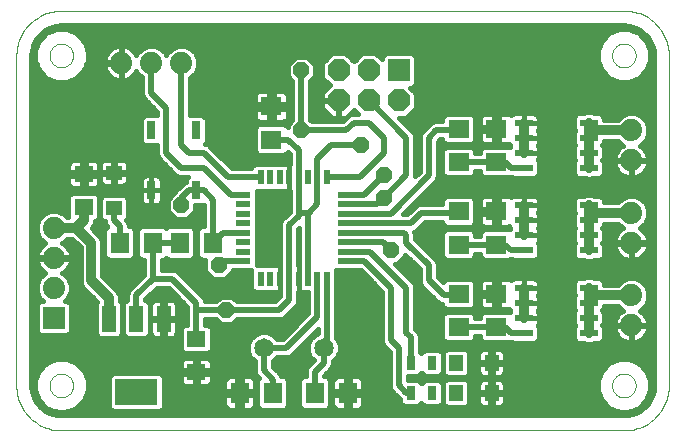
<source format=gtl>
G75*
%MOIN*%
%OFA0B0*%
%FSLAX24Y24*%
%IPPOS*%
%LPD*%
%AMOC8*
5,1,8,0,0,1.08239X$1,22.5*
%
%ADD10C,0.0000*%
%ADD11R,0.0600X0.0240*%
%ADD12R,0.0220X0.0500*%
%ADD13R,0.0500X0.0220*%
%ADD14C,0.0740*%
%ADD15R,0.0630X0.0709*%
%ADD16R,0.0300X0.0600*%
%ADD17R,0.0740X0.0740*%
%ADD18OC8,0.0740*%
%ADD19R,0.0709X0.0630*%
%ADD20C,0.0650*%
%ADD21R,0.0551X0.0472*%
%ADD22R,0.0472X0.0551*%
%ADD23R,0.0315X0.0472*%
%ADD24R,0.0480X0.0880*%
%ADD25R,0.1417X0.0866*%
%ADD26R,0.0630X0.0551*%
%ADD27C,0.0200*%
%ADD28OC8,0.0520*%
%ADD29C,0.0320*%
%ADD30C,0.0160*%
D10*
X001753Y000100D02*
X020503Y000100D01*
X020109Y001600D02*
X020111Y001639D01*
X020117Y001678D01*
X020127Y001716D01*
X020140Y001753D01*
X020157Y001788D01*
X020177Y001822D01*
X020201Y001853D01*
X020228Y001882D01*
X020257Y001908D01*
X020289Y001931D01*
X020323Y001951D01*
X020359Y001967D01*
X020396Y001979D01*
X020435Y001988D01*
X020474Y001993D01*
X020513Y001994D01*
X020552Y001991D01*
X020591Y001984D01*
X020628Y001973D01*
X020665Y001959D01*
X020700Y001941D01*
X020733Y001920D01*
X020764Y001895D01*
X020792Y001868D01*
X020817Y001838D01*
X020839Y001805D01*
X020858Y001771D01*
X020873Y001735D01*
X020885Y001697D01*
X020893Y001659D01*
X020897Y001620D01*
X020897Y001580D01*
X020893Y001541D01*
X020885Y001503D01*
X020873Y001465D01*
X020858Y001429D01*
X020839Y001395D01*
X020817Y001362D01*
X020792Y001332D01*
X020764Y001305D01*
X020733Y001280D01*
X020700Y001259D01*
X020665Y001241D01*
X020628Y001227D01*
X020591Y001216D01*
X020552Y001209D01*
X020513Y001206D01*
X020474Y001207D01*
X020435Y001212D01*
X020396Y001221D01*
X020359Y001233D01*
X020323Y001249D01*
X020289Y001269D01*
X020257Y001292D01*
X020228Y001318D01*
X020201Y001347D01*
X020177Y001378D01*
X020157Y001412D01*
X020140Y001447D01*
X020127Y001484D01*
X020117Y001522D01*
X020111Y001561D01*
X020109Y001600D01*
X020503Y000100D02*
X020579Y000102D01*
X020655Y000108D01*
X020730Y000117D01*
X020805Y000131D01*
X020879Y000148D01*
X020952Y000169D01*
X021024Y000193D01*
X021095Y000222D01*
X021164Y000253D01*
X021231Y000288D01*
X021296Y000327D01*
X021360Y000369D01*
X021421Y000414D01*
X021480Y000462D01*
X021536Y000513D01*
X021590Y000567D01*
X021641Y000623D01*
X021689Y000682D01*
X021734Y000743D01*
X021776Y000807D01*
X021815Y000872D01*
X021850Y000939D01*
X021881Y001008D01*
X021910Y001079D01*
X021934Y001151D01*
X021955Y001224D01*
X021972Y001298D01*
X021986Y001373D01*
X021995Y001448D01*
X022001Y001524D01*
X022003Y001600D01*
X022003Y012600D01*
X022001Y012676D01*
X021995Y012751D01*
X021986Y012827D01*
X021972Y012901D01*
X021955Y012975D01*
X021934Y013048D01*
X021910Y013120D01*
X021882Y013190D01*
X021850Y013259D01*
X021815Y013326D01*
X021777Y013391D01*
X021735Y013455D01*
X021690Y013516D01*
X021642Y013574D01*
X021591Y013631D01*
X021538Y013684D01*
X021481Y013735D01*
X021423Y013783D01*
X021362Y013828D01*
X021298Y013870D01*
X021233Y013908D01*
X021166Y013943D01*
X021097Y013975D01*
X021027Y014003D01*
X020955Y014027D01*
X020882Y014048D01*
X020808Y014065D01*
X020734Y014079D01*
X020658Y014088D01*
X020583Y014094D01*
X020507Y014096D01*
X001770Y014096D01*
X001359Y012600D02*
X001361Y012639D01*
X001367Y012678D01*
X001377Y012716D01*
X001390Y012753D01*
X001407Y012788D01*
X001427Y012822D01*
X001451Y012853D01*
X001478Y012882D01*
X001507Y012908D01*
X001539Y012931D01*
X001573Y012951D01*
X001609Y012967D01*
X001646Y012979D01*
X001685Y012988D01*
X001724Y012993D01*
X001763Y012994D01*
X001802Y012991D01*
X001841Y012984D01*
X001878Y012973D01*
X001915Y012959D01*
X001950Y012941D01*
X001983Y012920D01*
X002014Y012895D01*
X002042Y012868D01*
X002067Y012838D01*
X002089Y012805D01*
X002108Y012771D01*
X002123Y012735D01*
X002135Y012697D01*
X002143Y012659D01*
X002147Y012620D01*
X002147Y012580D01*
X002143Y012541D01*
X002135Y012503D01*
X002123Y012465D01*
X002108Y012429D01*
X002089Y012395D01*
X002067Y012362D01*
X002042Y012332D01*
X002014Y012305D01*
X001983Y012280D01*
X001950Y012259D01*
X001915Y012241D01*
X001878Y012227D01*
X001841Y012216D01*
X001802Y012209D01*
X001763Y012206D01*
X001724Y012207D01*
X001685Y012212D01*
X001646Y012221D01*
X001609Y012233D01*
X001573Y012249D01*
X001539Y012269D01*
X001507Y012292D01*
X001478Y012318D01*
X001451Y012347D01*
X001427Y012378D01*
X001407Y012412D01*
X001390Y012447D01*
X001377Y012484D01*
X001367Y012522D01*
X001361Y012561D01*
X001359Y012600D01*
X000253Y012579D02*
X000255Y012656D01*
X000261Y012732D01*
X000270Y012809D01*
X000284Y012884D01*
X000301Y012959D01*
X000323Y013033D01*
X000347Y013106D01*
X000376Y013177D01*
X000408Y013247D01*
X000444Y013315D01*
X000483Y013381D01*
X000525Y013446D01*
X000570Y013508D01*
X000619Y013567D01*
X000670Y013624D01*
X000725Y013679D01*
X000782Y013730D01*
X000841Y013779D01*
X000903Y013824D01*
X000968Y013866D01*
X001034Y013905D01*
X001102Y013941D01*
X001172Y013973D01*
X001243Y014002D01*
X001316Y014026D01*
X001390Y014048D01*
X001465Y014065D01*
X001540Y014079D01*
X001617Y014088D01*
X001693Y014094D01*
X001770Y014096D01*
X000253Y012579D02*
X000253Y001600D01*
X001359Y001600D02*
X001361Y001639D01*
X001367Y001678D01*
X001377Y001716D01*
X001390Y001753D01*
X001407Y001788D01*
X001427Y001822D01*
X001451Y001853D01*
X001478Y001882D01*
X001507Y001908D01*
X001539Y001931D01*
X001573Y001951D01*
X001609Y001967D01*
X001646Y001979D01*
X001685Y001988D01*
X001724Y001993D01*
X001763Y001994D01*
X001802Y001991D01*
X001841Y001984D01*
X001878Y001973D01*
X001915Y001959D01*
X001950Y001941D01*
X001983Y001920D01*
X002014Y001895D01*
X002042Y001868D01*
X002067Y001838D01*
X002089Y001805D01*
X002108Y001771D01*
X002123Y001735D01*
X002135Y001697D01*
X002143Y001659D01*
X002147Y001620D01*
X002147Y001580D01*
X002143Y001541D01*
X002135Y001503D01*
X002123Y001465D01*
X002108Y001429D01*
X002089Y001395D01*
X002067Y001362D01*
X002042Y001332D01*
X002014Y001305D01*
X001983Y001280D01*
X001950Y001259D01*
X001915Y001241D01*
X001878Y001227D01*
X001841Y001216D01*
X001802Y001209D01*
X001763Y001206D01*
X001724Y001207D01*
X001685Y001212D01*
X001646Y001221D01*
X001609Y001233D01*
X001573Y001249D01*
X001539Y001269D01*
X001507Y001292D01*
X001478Y001318D01*
X001451Y001347D01*
X001427Y001378D01*
X001407Y001412D01*
X001390Y001447D01*
X001377Y001484D01*
X001367Y001522D01*
X001361Y001561D01*
X001359Y001600D01*
X000253Y001600D02*
X000255Y001524D01*
X000261Y001448D01*
X000270Y001373D01*
X000284Y001298D01*
X000301Y001224D01*
X000322Y001151D01*
X000346Y001079D01*
X000375Y001008D01*
X000406Y000939D01*
X000441Y000872D01*
X000480Y000807D01*
X000522Y000743D01*
X000567Y000682D01*
X000615Y000623D01*
X000666Y000567D01*
X000720Y000513D01*
X000776Y000462D01*
X000835Y000414D01*
X000896Y000369D01*
X000960Y000327D01*
X001025Y000288D01*
X001092Y000253D01*
X001161Y000222D01*
X001232Y000193D01*
X001304Y000169D01*
X001377Y000148D01*
X001451Y000131D01*
X001526Y000117D01*
X001601Y000108D01*
X001677Y000102D01*
X001753Y000100D01*
X020109Y012600D02*
X020111Y012639D01*
X020117Y012678D01*
X020127Y012716D01*
X020140Y012753D01*
X020157Y012788D01*
X020177Y012822D01*
X020201Y012853D01*
X020228Y012882D01*
X020257Y012908D01*
X020289Y012931D01*
X020323Y012951D01*
X020359Y012967D01*
X020396Y012979D01*
X020435Y012988D01*
X020474Y012993D01*
X020513Y012994D01*
X020552Y012991D01*
X020591Y012984D01*
X020628Y012973D01*
X020665Y012959D01*
X020700Y012941D01*
X020733Y012920D01*
X020764Y012895D01*
X020792Y012868D01*
X020817Y012838D01*
X020839Y012805D01*
X020858Y012771D01*
X020873Y012735D01*
X020885Y012697D01*
X020893Y012659D01*
X020897Y012620D01*
X020897Y012580D01*
X020893Y012541D01*
X020885Y012503D01*
X020873Y012465D01*
X020858Y012429D01*
X020839Y012395D01*
X020817Y012362D01*
X020792Y012332D01*
X020764Y012305D01*
X020733Y012280D01*
X020700Y012259D01*
X020665Y012241D01*
X020628Y012227D01*
X020591Y012216D01*
X020552Y012209D01*
X020513Y012206D01*
X020474Y012207D01*
X020435Y012212D01*
X020396Y012221D01*
X020359Y012233D01*
X020323Y012249D01*
X020289Y012269D01*
X020257Y012292D01*
X020228Y012318D01*
X020201Y012347D01*
X020177Y012378D01*
X020157Y012412D01*
X020140Y012447D01*
X020127Y012484D01*
X020117Y012522D01*
X020111Y012561D01*
X020109Y012600D01*
D11*
X019333Y010350D03*
X019333Y009850D03*
X019333Y009350D03*
X019333Y008850D03*
X019333Y007600D03*
X019333Y007100D03*
X019333Y006600D03*
X019333Y006100D03*
X019333Y004850D03*
X019333Y004350D03*
X019333Y003850D03*
X019333Y003350D03*
X017173Y003350D03*
X017173Y003850D03*
X017173Y004350D03*
X017173Y004850D03*
X017173Y006100D03*
X017173Y006600D03*
X017173Y007100D03*
X017173Y007600D03*
X017173Y008850D03*
X017173Y009350D03*
X017173Y009850D03*
X017173Y010350D03*
D12*
X010606Y008540D03*
X010291Y008540D03*
X009976Y008540D03*
X009661Y008540D03*
X009346Y008540D03*
X009031Y008540D03*
X008716Y008540D03*
X008401Y008540D03*
X008401Y005160D03*
X008716Y005160D03*
X009031Y005160D03*
X009346Y005160D03*
X009661Y005160D03*
X009976Y005160D03*
X010291Y005160D03*
X010606Y005160D03*
D13*
X011193Y005748D03*
X011193Y006063D03*
X011193Y006378D03*
X011193Y006693D03*
X011193Y007007D03*
X011193Y007322D03*
X011193Y007637D03*
X011193Y007952D03*
X007813Y007952D03*
X007813Y007637D03*
X007813Y007322D03*
X007813Y007007D03*
X007813Y006693D03*
X007813Y006378D03*
X007813Y006063D03*
X007813Y005748D03*
D14*
X001503Y005850D03*
X001503Y004850D03*
X001503Y006850D03*
X003753Y012350D03*
X004753Y012350D03*
X005753Y012350D03*
X020753Y010100D03*
X020753Y009100D03*
X020753Y007350D03*
X020753Y006350D03*
X020753Y004600D03*
X020753Y003600D03*
D15*
X011304Y001350D03*
X010202Y001350D03*
X008804Y001350D03*
X007702Y001350D03*
X006804Y006350D03*
X005702Y006350D03*
X004804Y006350D03*
X003702Y006350D03*
D16*
X004753Y008100D03*
X006253Y008100D03*
X006253Y010100D03*
X004753Y010100D03*
D17*
X013003Y012100D03*
X001503Y003850D03*
D18*
X011003Y011100D03*
X012003Y011100D03*
X013003Y011100D03*
X012003Y012100D03*
X011003Y012100D03*
D19*
X008753Y010901D03*
X008753Y009799D03*
X015003Y010151D03*
X016253Y010151D03*
X016253Y009049D03*
X015003Y009049D03*
X015003Y007401D03*
X016253Y007401D03*
X016253Y006299D03*
X015003Y006299D03*
X015003Y004651D03*
X016253Y004651D03*
X016253Y003549D03*
X015003Y003549D03*
D20*
X010503Y002850D03*
X008503Y002850D03*
D21*
X003503Y007509D03*
X003503Y008691D03*
D22*
X014913Y002350D03*
X016094Y002350D03*
X016094Y001350D03*
X014913Y001350D03*
D23*
X014108Y001350D03*
X013399Y001350D03*
X013399Y002350D03*
X014108Y002350D03*
D24*
X005163Y003820D03*
X004253Y003820D03*
X003343Y003820D03*
D25*
X004253Y001380D03*
D26*
X006253Y002049D03*
X006253Y003151D03*
X002503Y007549D03*
X002503Y008651D03*
D27*
X003503Y007509D02*
X003503Y007100D01*
X003702Y006901D01*
X003702Y006350D01*
X004753Y006299D02*
X004804Y006350D01*
X004804Y005151D01*
X005452Y005151D01*
X006253Y004350D01*
X006253Y004100D01*
X006253Y003151D01*
X006253Y004100D02*
X007253Y004100D01*
X009003Y004100D01*
X009346Y004443D01*
X009346Y005160D01*
X009346Y006943D01*
X009661Y007257D01*
X009661Y007350D01*
X010003Y007350D01*
X009976Y007322D01*
X009976Y005160D01*
X010291Y005160D02*
X010291Y003887D01*
X009253Y002850D01*
X008503Y002850D01*
X008503Y002100D01*
X008804Y001799D01*
X008804Y001350D01*
X010202Y001350D02*
X010202Y002049D01*
X010503Y002350D01*
X010503Y002850D01*
X010606Y002952D01*
X010606Y005160D01*
X011193Y005748D02*
X011856Y005748D01*
X012753Y004850D01*
X012753Y003100D01*
X013003Y002850D01*
X013003Y001600D01*
X013253Y001350D01*
X013399Y001350D01*
X013399Y002350D02*
X013399Y003204D01*
X013253Y003350D01*
X013253Y004850D01*
X012041Y006063D01*
X011193Y006063D01*
X011193Y006378D02*
X012476Y006378D01*
X012753Y006100D01*
X013253Y006350D02*
X014003Y005600D01*
X014003Y005100D01*
X014503Y004600D01*
X014952Y004600D01*
X015003Y004651D01*
X015003Y003549D02*
X016253Y003549D01*
X016554Y003549D01*
X016753Y003350D01*
X017173Y003350D01*
X017173Y006100D02*
X016753Y006100D01*
X016554Y006299D01*
X016253Y006299D01*
X015003Y006299D01*
X014952Y007350D02*
X013753Y007350D01*
X013411Y007007D01*
X011193Y007007D01*
X011193Y006693D02*
X013161Y006693D01*
X013253Y006600D01*
X013253Y006350D01*
X012726Y007322D02*
X014003Y008600D01*
X014003Y009850D01*
X014253Y010100D01*
X014952Y010100D01*
X015003Y010151D01*
X015003Y009049D02*
X016253Y009049D01*
X016554Y009049D01*
X016753Y008850D01*
X017173Y008850D01*
X015003Y007401D02*
X014952Y007350D01*
X013253Y008600D02*
X012503Y007850D01*
X012291Y007637D01*
X011193Y007637D01*
X011193Y007322D02*
X012726Y007322D01*
X011856Y007952D02*
X012503Y008600D01*
X013253Y008600D02*
X013253Y009850D01*
X012003Y011100D01*
X012003Y010350D02*
X011503Y010350D01*
X011253Y010100D01*
X009753Y010100D01*
X009753Y012100D01*
X012003Y010350D02*
X012503Y009850D01*
X012503Y009350D01*
X011693Y008540D01*
X010606Y008540D01*
X010291Y008540D02*
X010291Y009137D01*
X010753Y009600D01*
X011753Y009600D01*
X010291Y008540D02*
X010291Y007637D01*
X010003Y007350D01*
X009661Y007350D02*
X009661Y008540D01*
X009661Y009443D01*
X009304Y009799D01*
X008753Y009799D01*
X008401Y008540D02*
X007313Y008540D01*
X006503Y009350D01*
X006003Y009350D01*
X005753Y009600D01*
X005753Y012350D01*
X004753Y012350D02*
X004753Y011350D01*
X005253Y010850D01*
X005253Y009350D01*
X005753Y008850D01*
X006503Y008850D01*
X007401Y007952D01*
X007813Y007952D01*
X006804Y007799D02*
X006503Y008100D01*
X006253Y008100D01*
X006003Y008100D01*
X005753Y007850D01*
X005753Y007600D01*
X006804Y007799D02*
X006804Y006350D01*
X007147Y006693D01*
X007813Y006693D01*
X007813Y005748D02*
X007151Y005748D01*
X007003Y005600D01*
X005702Y006350D02*
X004804Y006350D01*
X004804Y005151D02*
X004253Y004600D01*
X004253Y003820D01*
X011193Y007952D02*
X011856Y007952D01*
D28*
X012503Y007850D03*
X012503Y008600D03*
X011753Y009600D03*
X009753Y010100D03*
X009753Y012100D03*
X005753Y007600D03*
X007003Y005600D03*
X007253Y004100D03*
X012753Y006100D03*
D29*
X017173Y006600D02*
X017173Y007100D01*
X017173Y007600D01*
X019333Y007600D02*
X019333Y007350D01*
X020753Y007350D01*
X019333Y007350D02*
X019333Y007100D01*
X019333Y006600D01*
X019333Y006100D01*
X019333Y004850D02*
X019333Y004600D01*
X020753Y004600D01*
X019333Y004600D02*
X019333Y004350D01*
X019333Y003850D01*
X019333Y003350D01*
X017173Y003850D02*
X017173Y004350D01*
X017173Y004850D01*
X019333Y008850D02*
X019333Y009350D01*
X019333Y009850D01*
X019333Y010100D01*
X020753Y010100D01*
X019333Y010100D02*
X019333Y010350D01*
X017173Y010350D02*
X017173Y009850D01*
X017173Y009350D01*
X003343Y004510D02*
X003343Y003820D01*
X003343Y004510D02*
X002753Y005100D01*
X002753Y006350D01*
X002253Y006850D01*
X002503Y007100D01*
X002503Y007549D01*
X002253Y006850D02*
X001503Y006850D01*
D30*
X000997Y000945D02*
X001098Y000844D01*
X001213Y000759D01*
X001338Y000690D01*
X001471Y000641D01*
X001611Y000610D01*
X001753Y000600D01*
X020503Y000600D01*
X020646Y000610D01*
X020785Y000641D01*
X020919Y000690D01*
X021044Y000759D01*
X021158Y000844D01*
X021259Y000945D01*
X021344Y001059D01*
X021413Y001185D01*
X021463Y001318D01*
X021493Y001458D01*
X021503Y001600D01*
X021503Y012600D01*
X021493Y012742D01*
X021463Y012882D01*
X021413Y013015D01*
X021344Y013141D01*
X021259Y013255D01*
X021158Y013356D01*
X021044Y013441D01*
X020919Y013510D01*
X020785Y013559D01*
X020646Y013590D01*
X020503Y013600D01*
X001753Y013600D01*
X001611Y013590D01*
X001471Y013559D01*
X001338Y013510D01*
X001213Y013441D01*
X001098Y013356D01*
X000997Y013255D01*
X000912Y013141D01*
X000844Y013015D01*
X000794Y012882D01*
X000763Y012742D01*
X000753Y012600D01*
X000753Y001600D01*
X000763Y001458D01*
X000794Y001318D01*
X000844Y001185D01*
X000912Y001059D01*
X000997Y000945D01*
X001050Y000893D02*
X001225Y000893D01*
X001258Y000859D02*
X001579Y000726D01*
X001927Y000726D01*
X002248Y000859D01*
X002494Y001105D01*
X002627Y001426D01*
X002627Y001774D01*
X002494Y002095D01*
X002248Y002341D01*
X001927Y002474D01*
X001579Y002474D01*
X001258Y002341D01*
X001013Y002095D01*
X000880Y001774D01*
X000880Y001426D01*
X001013Y001105D01*
X001258Y000859D01*
X001258Y000734D02*
X001561Y000734D01*
X001946Y000734D02*
X020311Y000734D01*
X020329Y000726D02*
X020677Y000726D01*
X020998Y000859D01*
X021244Y001105D01*
X021377Y001426D01*
X021377Y001774D01*
X021244Y002095D01*
X020998Y002341D01*
X020677Y002474D01*
X020329Y002474D01*
X020008Y002341D01*
X019763Y002095D01*
X019630Y001774D01*
X019630Y001426D01*
X019763Y001105D01*
X020008Y000859D01*
X020329Y000726D01*
X020696Y000734D02*
X020999Y000734D01*
X021031Y000893D02*
X021206Y000893D01*
X021190Y001051D02*
X021338Y001051D01*
X021287Y001210D02*
X021422Y001210D01*
X021474Y001368D02*
X021353Y001368D01*
X021377Y001527D02*
X021498Y001527D01*
X021503Y001685D02*
X021377Y001685D01*
X021348Y001844D02*
X021503Y001844D01*
X021503Y002002D02*
X021282Y002002D01*
X021178Y002161D02*
X021503Y002161D01*
X021503Y002319D02*
X021020Y002319D01*
X021503Y002478D02*
X016530Y002478D01*
X016530Y002388D02*
X016530Y002652D01*
X016516Y002703D01*
X016490Y002748D01*
X016453Y002786D01*
X016407Y002812D01*
X016356Y002826D01*
X016132Y002826D01*
X016132Y002388D01*
X016530Y002388D01*
X016530Y002312D02*
X016132Y002312D01*
X016132Y002388D01*
X016056Y002388D01*
X016056Y002826D01*
X015831Y002826D01*
X015780Y002812D01*
X015735Y002786D01*
X015697Y002748D01*
X015671Y002703D01*
X015658Y002652D01*
X015658Y002388D01*
X016056Y002388D01*
X016056Y002312D01*
X016132Y002312D01*
X016132Y001874D01*
X016356Y001874D01*
X016407Y001888D01*
X016453Y001914D01*
X016490Y001952D01*
X016516Y001997D01*
X016530Y002048D01*
X016530Y002312D01*
X016530Y002161D02*
X019828Y002161D01*
X019724Y002002D02*
X016518Y002002D01*
X016407Y001812D02*
X016356Y001826D01*
X016132Y001826D01*
X016132Y001388D01*
X016530Y001388D01*
X016530Y001652D01*
X016516Y001703D01*
X016490Y001748D01*
X016453Y001786D01*
X016407Y001812D01*
X016521Y001685D02*
X019630Y001685D01*
X019630Y001527D02*
X016530Y001527D01*
X016530Y001312D02*
X016132Y001312D01*
X016132Y001388D01*
X016056Y001388D01*
X016056Y001826D01*
X015831Y001826D01*
X015780Y001812D01*
X015735Y001786D01*
X015697Y001748D01*
X015671Y001703D01*
X015658Y001652D01*
X015658Y001388D01*
X016056Y001388D01*
X016056Y001312D01*
X016132Y001312D01*
X016132Y000874D01*
X016356Y000874D01*
X016407Y000888D01*
X016453Y000914D01*
X016490Y000952D01*
X016516Y000997D01*
X016530Y001048D01*
X016530Y001312D01*
X016530Y001210D02*
X019719Y001210D01*
X019654Y001368D02*
X016132Y001368D01*
X016056Y001368D02*
X015349Y001368D01*
X015349Y001210D02*
X015658Y001210D01*
X015658Y001312D02*
X015658Y001048D01*
X015671Y000997D01*
X015697Y000952D01*
X015735Y000914D01*
X015780Y000888D01*
X015831Y000874D01*
X016056Y000874D01*
X016056Y001312D01*
X015658Y001312D01*
X015658Y001527D02*
X015349Y001527D01*
X015349Y001685D02*
X015666Y001685D01*
X015349Y001708D02*
X015232Y001826D01*
X014594Y001826D01*
X014476Y001708D01*
X014476Y000992D01*
X014594Y000874D01*
X015232Y000874D01*
X015349Y000992D01*
X015349Y001708D01*
X015232Y001874D02*
X015349Y001992D01*
X015349Y002708D01*
X015232Y002826D01*
X014594Y002826D01*
X014476Y002708D01*
X014476Y001992D01*
X014594Y001874D01*
X015232Y001874D01*
X015349Y002002D02*
X015670Y002002D01*
X015671Y001997D02*
X015697Y001952D01*
X015735Y001914D01*
X015780Y001888D01*
X015831Y001874D01*
X016056Y001874D01*
X016056Y002312D01*
X015658Y002312D01*
X015658Y002048D01*
X015671Y001997D01*
X015658Y002161D02*
X015349Y002161D01*
X015349Y002319D02*
X016056Y002319D01*
X016132Y002319D02*
X019987Y002319D01*
X019658Y001844D02*
X013303Y001844D01*
X013303Y001786D02*
X013303Y001914D01*
X013639Y001914D01*
X013753Y002028D01*
X013867Y001914D01*
X014348Y001914D01*
X014465Y002031D01*
X014465Y002669D01*
X014348Y002786D01*
X013867Y002786D01*
X013753Y002672D01*
X013699Y002727D01*
X013699Y003264D01*
X013653Y003374D01*
X013553Y003474D01*
X013553Y004910D01*
X013508Y005020D01*
X013423Y005104D01*
X012887Y005640D01*
X012944Y005640D01*
X013213Y005910D01*
X013213Y005966D01*
X013703Y005476D01*
X013703Y005040D01*
X013749Y004930D01*
X014249Y004430D01*
X014333Y004346D01*
X014444Y004300D01*
X014449Y004300D01*
X014449Y004253D01*
X014566Y004136D01*
X015440Y004136D01*
X015558Y004253D01*
X015558Y005049D01*
X015440Y005166D01*
X014566Y005166D01*
X014464Y005064D01*
X014303Y005224D01*
X014303Y005660D01*
X014258Y005770D01*
X014173Y005854D01*
X013553Y006474D01*
X013553Y006660D01*
X013524Y006730D01*
X013581Y006753D01*
X013877Y007050D01*
X014449Y007050D01*
X014449Y007003D01*
X014566Y006886D01*
X015440Y006886D01*
X015558Y007003D01*
X015558Y007799D01*
X015440Y007916D01*
X014566Y007916D01*
X014449Y007799D01*
X014449Y007650D01*
X013694Y007650D01*
X013583Y007604D01*
X013499Y007520D01*
X013286Y007307D01*
X013135Y007307D01*
X014173Y008346D01*
X014258Y008430D01*
X014303Y008540D01*
X014303Y009726D01*
X014377Y009800D01*
X014449Y009800D01*
X014449Y009753D01*
X014566Y009636D01*
X015440Y009636D01*
X015558Y009753D01*
X015558Y010549D01*
X015440Y010666D01*
X014566Y010666D01*
X014449Y010549D01*
X014449Y010400D01*
X014194Y010400D01*
X014083Y010354D01*
X013999Y010270D01*
X013749Y010020D01*
X013703Y009910D01*
X013703Y008724D01*
X013553Y008574D01*
X013553Y009910D01*
X013508Y010020D01*
X013423Y010104D01*
X012997Y010530D01*
X013239Y010530D01*
X013573Y010864D01*
X013573Y011336D01*
X013379Y011530D01*
X013456Y011530D01*
X013573Y011647D01*
X013573Y012553D01*
X013456Y012670D01*
X012550Y012670D01*
X012433Y012553D01*
X012433Y012476D01*
X012239Y012670D01*
X011767Y012670D01*
X011503Y012406D01*
X011239Y012670D01*
X010767Y012670D01*
X010433Y012336D01*
X010433Y011864D01*
X010697Y011600D01*
X010433Y011336D01*
X010433Y011120D01*
X010983Y011120D01*
X010983Y011080D01*
X010433Y011080D01*
X010433Y010864D01*
X010767Y010530D01*
X010983Y010530D01*
X010983Y011080D01*
X011023Y011080D01*
X011023Y010530D01*
X011239Y010530D01*
X011503Y010794D01*
X011647Y010650D01*
X011444Y010650D01*
X011333Y010604D01*
X011129Y010400D01*
X010104Y010400D01*
X010053Y010450D01*
X010053Y011750D01*
X010213Y011910D01*
X010213Y012290D01*
X009944Y012560D01*
X009563Y012560D01*
X009293Y012290D01*
X009293Y011910D01*
X009453Y011750D01*
X009453Y010450D01*
X009293Y010290D01*
X009293Y010211D01*
X009190Y010314D01*
X008316Y010314D01*
X008199Y010197D01*
X008199Y009401D01*
X008316Y009284D01*
X009190Y009284D01*
X009293Y009386D01*
X009361Y009318D01*
X009361Y008990D01*
X009346Y008990D01*
X009346Y008540D01*
X009346Y008540D01*
X009346Y008090D01*
X009361Y008090D01*
X009361Y007382D01*
X009091Y007112D01*
X009046Y007002D01*
X009046Y005610D01*
X009031Y005610D01*
X009031Y005160D01*
X009031Y004710D01*
X009046Y004710D01*
X009046Y004567D01*
X008879Y004400D01*
X007604Y004400D01*
X007444Y004560D01*
X007063Y004560D01*
X006903Y004400D01*
X006553Y004400D01*
X006553Y004410D01*
X006508Y004520D01*
X006423Y004604D01*
X005622Y005406D01*
X005512Y005451D01*
X005104Y005451D01*
X005104Y005796D01*
X005202Y005796D01*
X005253Y005847D01*
X005304Y005796D01*
X006100Y005796D01*
X006217Y005913D01*
X006217Y006787D01*
X006100Y006904D01*
X005304Y006904D01*
X005253Y006853D01*
X005202Y006904D01*
X004407Y006904D01*
X004289Y006787D01*
X004289Y005913D01*
X004407Y005796D01*
X004504Y005796D01*
X004504Y005275D01*
X003999Y004770D01*
X003953Y004660D01*
X003953Y004460D01*
X003930Y004460D01*
X003813Y004343D01*
X003813Y003297D01*
X003930Y003180D01*
X004576Y003180D01*
X004693Y003297D01*
X004693Y004343D01*
X004576Y004460D01*
X004553Y004460D01*
X004553Y004476D01*
X004929Y004851D01*
X005328Y004851D01*
X005953Y004226D01*
X005953Y003627D01*
X005855Y003627D01*
X005738Y003510D01*
X005738Y002793D01*
X005855Y002676D01*
X006651Y002676D01*
X006768Y002793D01*
X006768Y003510D01*
X006651Y003627D01*
X006553Y003627D01*
X006553Y003800D01*
X006903Y003800D01*
X007063Y003640D01*
X007444Y003640D01*
X007604Y003800D01*
X009063Y003800D01*
X009173Y003846D01*
X009516Y004188D01*
X009600Y004273D01*
X009646Y004383D01*
X009646Y004710D01*
X009661Y004710D01*
X009991Y004710D01*
X009991Y004012D01*
X009129Y003150D01*
X008946Y003150D01*
X008801Y003295D01*
X008608Y003375D01*
X008399Y003375D01*
X008206Y003295D01*
X008058Y003147D01*
X007978Y002954D01*
X007978Y002746D01*
X008058Y002553D01*
X008203Y002408D01*
X008203Y002040D01*
X008249Y001930D01*
X008333Y001846D01*
X008341Y001838D01*
X008289Y001787D01*
X008289Y000913D01*
X008407Y000796D01*
X009202Y000796D01*
X009319Y000913D01*
X009319Y001787D01*
X009202Y001904D01*
X009085Y001904D01*
X009059Y001969D01*
X008803Y002224D01*
X008803Y002408D01*
X008946Y002550D01*
X009313Y002550D01*
X009423Y002596D01*
X009508Y002680D01*
X010306Y003478D01*
X010306Y003336D01*
X010206Y003295D01*
X010058Y003147D01*
X009978Y002954D01*
X009978Y002746D01*
X010058Y002553D01*
X010170Y002441D01*
X009948Y002219D01*
X009902Y002108D01*
X009902Y001904D01*
X009804Y001904D01*
X009687Y001787D01*
X009687Y000913D01*
X009804Y000796D01*
X010600Y000796D01*
X010717Y000913D01*
X010717Y001787D01*
X010600Y001904D01*
X010502Y001904D01*
X010502Y001925D01*
X010673Y002096D01*
X010758Y002180D01*
X010803Y002290D01*
X010803Y002408D01*
X010948Y002553D01*
X011028Y002746D01*
X011028Y002954D01*
X010948Y003147D01*
X010906Y003190D01*
X010906Y004817D01*
X010916Y004827D01*
X010916Y005438D01*
X011526Y005438D01*
X011536Y005448D01*
X011731Y005448D01*
X012453Y004726D01*
X012453Y003040D01*
X012499Y002930D01*
X012703Y002726D01*
X012703Y001540D01*
X012749Y001430D01*
X012999Y001180D01*
X013041Y001138D01*
X013041Y001031D01*
X013159Y000914D01*
X013639Y000914D01*
X013753Y001028D01*
X013867Y000914D01*
X014348Y000914D01*
X014465Y001031D01*
X014465Y001669D01*
X014348Y001786D01*
X013867Y001786D01*
X013753Y001672D01*
X013639Y001786D01*
X013303Y001786D01*
X013740Y001685D02*
X013766Y001685D01*
X013779Y002002D02*
X013727Y002002D01*
X014436Y002002D02*
X014476Y002002D01*
X014465Y002161D02*
X014476Y002161D01*
X014465Y002319D02*
X014476Y002319D01*
X014465Y002478D02*
X014476Y002478D01*
X014465Y002636D02*
X014476Y002636D01*
X014563Y002795D02*
X013699Y002795D01*
X013699Y002953D02*
X021503Y002953D01*
X021503Y002795D02*
X016437Y002795D01*
X016530Y002636D02*
X021503Y002636D01*
X021503Y003112D02*
X021050Y003112D01*
X021052Y003112D02*
X021125Y003165D01*
X021188Y003229D01*
X021241Y003301D01*
X021281Y003381D01*
X021309Y003467D01*
X021323Y003555D01*
X021323Y003580D01*
X020773Y003580D01*
X020773Y003030D01*
X020798Y003030D01*
X020887Y003044D01*
X020972Y003072D01*
X021052Y003112D01*
X020773Y003112D02*
X020733Y003112D01*
X020733Y003030D02*
X020733Y003580D01*
X020183Y003580D01*
X020183Y003555D01*
X020197Y003467D01*
X020225Y003381D01*
X020266Y003301D01*
X020318Y003229D01*
X020382Y003165D01*
X020454Y003112D01*
X020534Y003072D01*
X020620Y003044D01*
X020708Y003030D01*
X020733Y003030D01*
X020733Y003270D02*
X020773Y003270D01*
X020773Y003429D02*
X020733Y003429D01*
X020733Y003580D02*
X020773Y003580D01*
X020773Y003620D01*
X021323Y003620D01*
X021323Y003645D01*
X021309Y003733D01*
X021281Y003819D01*
X021241Y003899D01*
X021188Y003971D01*
X021125Y004035D01*
X021052Y004088D01*
X021031Y004098D01*
X021076Y004117D01*
X021236Y004277D01*
X021323Y004487D01*
X021323Y004713D01*
X021236Y004923D01*
X021076Y005083D01*
X020867Y005170D01*
X020640Y005170D01*
X020430Y005083D01*
X020307Y004960D01*
X019833Y004960D01*
X019833Y005053D01*
X019716Y005170D01*
X019501Y005170D01*
X019405Y005210D01*
X019262Y005210D01*
X019165Y005170D01*
X018950Y005170D01*
X018833Y005053D01*
X018833Y004647D01*
X018880Y004600D01*
X018833Y004553D01*
X018833Y004147D01*
X018880Y004100D01*
X018833Y004053D01*
X018833Y003647D01*
X018880Y003600D01*
X018833Y003553D01*
X018833Y003147D01*
X018950Y003030D01*
X019165Y003030D01*
X019262Y002990D01*
X019405Y002990D01*
X019501Y003030D01*
X019716Y003030D01*
X019833Y003147D01*
X019833Y003553D01*
X019786Y003600D01*
X019833Y003647D01*
X019833Y004053D01*
X019786Y004100D01*
X019833Y004147D01*
X019833Y004240D01*
X020307Y004240D01*
X020430Y004117D01*
X020475Y004098D01*
X020454Y004088D01*
X020382Y004035D01*
X020318Y003971D01*
X020266Y003899D01*
X020225Y003819D01*
X020197Y003733D01*
X020183Y003645D01*
X020183Y003620D01*
X020733Y003620D01*
X020733Y003580D01*
X020733Y003587D02*
X019799Y003587D01*
X019833Y003429D02*
X020210Y003429D01*
X020288Y003270D02*
X019833Y003270D01*
X019798Y003112D02*
X020456Y003112D01*
X020773Y003587D02*
X021503Y003587D01*
X021503Y003429D02*
X021297Y003429D01*
X021218Y003270D02*
X021503Y003270D01*
X021503Y003746D02*
X021305Y003746D01*
X021237Y003904D02*
X021503Y003904D01*
X021503Y004063D02*
X021086Y004063D01*
X021180Y004221D02*
X021503Y004221D01*
X021503Y004380D02*
X021279Y004380D01*
X021323Y004538D02*
X021503Y004538D01*
X021503Y004697D02*
X021323Y004697D01*
X021265Y004855D02*
X021503Y004855D01*
X021503Y005014D02*
X021146Y005014D01*
X021503Y005172D02*
X019497Y005172D01*
X019170Y005172D02*
X014355Y005172D01*
X014303Y005331D02*
X021503Y005331D01*
X021503Y005489D02*
X014303Y005489D01*
X014303Y005648D02*
X021503Y005648D01*
X021503Y005806D02*
X020924Y005806D01*
X020887Y005794D02*
X020972Y005822D01*
X021052Y005862D01*
X021125Y005915D01*
X021188Y005979D01*
X021241Y006051D01*
X021281Y006131D01*
X021309Y006217D01*
X021323Y006305D01*
X021323Y006330D01*
X020773Y006330D01*
X020773Y005780D01*
X020798Y005780D01*
X020887Y005794D01*
X020773Y005806D02*
X020733Y005806D01*
X020733Y005780D02*
X020733Y006330D01*
X020183Y006330D01*
X020183Y006305D01*
X020197Y006217D01*
X020225Y006131D01*
X020266Y006051D01*
X020318Y005979D01*
X020382Y005915D01*
X020454Y005862D01*
X020534Y005822D01*
X020620Y005794D01*
X020708Y005780D01*
X020733Y005780D01*
X020583Y005806D02*
X019742Y005806D01*
X019716Y005780D02*
X019833Y005897D01*
X019833Y006303D01*
X019786Y006350D01*
X019833Y006397D01*
X019833Y006803D01*
X019786Y006850D01*
X019833Y006897D01*
X019833Y006990D01*
X020307Y006990D01*
X020430Y006867D01*
X020475Y006848D01*
X020454Y006838D01*
X020382Y006785D01*
X020318Y006721D01*
X020266Y006649D01*
X020225Y006569D01*
X020197Y006483D01*
X020183Y006395D01*
X020183Y006370D01*
X020733Y006370D01*
X020733Y006330D01*
X020773Y006330D01*
X020773Y006370D01*
X021323Y006370D01*
X021323Y006395D01*
X021309Y006483D01*
X021281Y006569D01*
X021241Y006649D01*
X021188Y006721D01*
X021125Y006785D01*
X021052Y006838D01*
X021031Y006848D01*
X021076Y006867D01*
X021236Y007027D01*
X021323Y007237D01*
X021323Y007463D01*
X021236Y007673D01*
X021076Y007833D01*
X020867Y007920D01*
X020640Y007920D01*
X020430Y007833D01*
X020307Y007710D01*
X019833Y007710D01*
X019833Y007803D01*
X019716Y007920D01*
X019501Y007920D01*
X019405Y007960D01*
X019262Y007960D01*
X019165Y007920D01*
X018950Y007920D01*
X018833Y007803D01*
X018833Y007397D01*
X018880Y007350D01*
X018833Y007303D01*
X018833Y006897D01*
X018880Y006850D01*
X018833Y006803D01*
X018833Y006397D01*
X018880Y006350D01*
X018833Y006303D01*
X018833Y005897D01*
X018950Y005780D01*
X019165Y005780D01*
X019262Y005740D01*
X019405Y005740D01*
X019501Y005780D01*
X019716Y005780D01*
X019833Y005965D02*
X020333Y005965D01*
X020229Y006123D02*
X019833Y006123D01*
X019833Y006282D02*
X020187Y006282D01*
X020190Y006440D02*
X019833Y006440D01*
X019833Y006599D02*
X020240Y006599D01*
X020354Y006757D02*
X019833Y006757D01*
X019833Y006916D02*
X020382Y006916D01*
X021125Y006916D02*
X021503Y006916D01*
X021503Y007074D02*
X021256Y007074D01*
X021322Y007233D02*
X021503Y007233D01*
X021503Y007391D02*
X021323Y007391D01*
X021288Y007550D02*
X021503Y007550D01*
X021503Y007708D02*
X021201Y007708D01*
X020996Y007867D02*
X021503Y007867D01*
X021503Y008025D02*
X013852Y008025D01*
X013694Y007867D02*
X014516Y007867D01*
X014449Y007708D02*
X013535Y007708D01*
X013528Y007550D02*
X013377Y007550D01*
X013370Y007391D02*
X013218Y007391D01*
X013743Y006916D02*
X014537Y006916D01*
X014566Y006814D02*
X014449Y006697D01*
X014449Y005901D01*
X014566Y005784D01*
X015440Y005784D01*
X015558Y005901D01*
X015558Y005999D01*
X015699Y005999D01*
X015699Y005901D01*
X015816Y005784D01*
X016690Y005784D01*
X016707Y005800D01*
X016770Y005800D01*
X016790Y005780D01*
X017556Y005780D01*
X017673Y005897D01*
X017673Y006303D01*
X017626Y006350D01*
X017633Y006357D01*
X017660Y006403D01*
X017673Y006454D01*
X017673Y006600D01*
X017173Y006600D01*
X017173Y006780D01*
X017173Y007100D01*
X017173Y007100D01*
X017173Y007420D01*
X017173Y007600D01*
X017173Y007920D01*
X016847Y007920D01*
X016796Y007906D01*
X016750Y007880D01*
X016738Y007868D01*
X016730Y007876D01*
X016685Y007903D01*
X016634Y007916D01*
X016331Y007916D01*
X016331Y007479D01*
X016176Y007479D01*
X016176Y007916D01*
X015873Y007916D01*
X015822Y007903D01*
X015776Y007876D01*
X015739Y007839D01*
X015713Y007793D01*
X015699Y007742D01*
X015699Y007479D01*
X016176Y007479D01*
X016176Y007324D01*
X016331Y007324D01*
X016331Y006886D01*
X016634Y006886D01*
X016685Y006900D01*
X016688Y006901D01*
X016713Y006857D01*
X016720Y006850D01*
X016713Y006843D01*
X016694Y006810D01*
X016690Y006814D01*
X015816Y006814D01*
X015699Y006697D01*
X015699Y006599D01*
X015558Y006599D01*
X015558Y006697D01*
X015440Y006814D01*
X014566Y006814D01*
X014509Y006757D02*
X013584Y006757D01*
X013553Y006599D02*
X014449Y006599D01*
X014449Y006440D02*
X013587Y006440D01*
X013746Y006282D02*
X014449Y006282D01*
X014449Y006123D02*
X013904Y006123D01*
X014063Y005965D02*
X014449Y005965D01*
X014544Y005806D02*
X014221Y005806D01*
X013690Y005489D02*
X013038Y005489D01*
X012951Y005648D02*
X013531Y005648D01*
X013373Y005806D02*
X013110Y005806D01*
X013213Y005965D02*
X013214Y005965D01*
X013197Y005331D02*
X013703Y005331D01*
X013703Y005172D02*
X013355Y005172D01*
X013510Y005014D02*
X013714Y005014D01*
X013824Y004855D02*
X013553Y004855D01*
X013553Y004697D02*
X013982Y004697D01*
X014141Y004538D02*
X013553Y004538D01*
X013553Y004380D02*
X014299Y004380D01*
X014481Y004221D02*
X013553Y004221D01*
X013553Y004063D02*
X014565Y004063D01*
X014566Y004064D02*
X014449Y003947D01*
X014449Y003151D01*
X014566Y003034D01*
X015440Y003034D01*
X015558Y003151D01*
X015558Y003249D01*
X015699Y003249D01*
X015699Y003151D01*
X015816Y003034D01*
X016690Y003034D01*
X016707Y003050D01*
X016770Y003050D01*
X016790Y003030D01*
X017556Y003030D01*
X017673Y003147D01*
X017673Y003553D01*
X017626Y003600D01*
X017633Y003607D01*
X017660Y003653D01*
X017673Y003704D01*
X017673Y003850D01*
X017173Y003850D01*
X017173Y004170D01*
X017173Y004350D01*
X017173Y004350D01*
X017173Y004670D01*
X017173Y004850D01*
X017173Y005170D01*
X016847Y005170D01*
X016796Y005156D01*
X016750Y005130D01*
X016738Y005118D01*
X016730Y005126D01*
X016685Y005153D01*
X016634Y005166D01*
X016331Y005166D01*
X016331Y004729D01*
X016176Y004729D01*
X016176Y005166D01*
X015873Y005166D01*
X015822Y005153D01*
X015776Y005126D01*
X015739Y005089D01*
X015713Y005043D01*
X015699Y004992D01*
X015699Y004729D01*
X016176Y004729D01*
X016176Y004574D01*
X016331Y004574D01*
X016331Y004136D01*
X016634Y004136D01*
X016685Y004150D01*
X016688Y004151D01*
X016713Y004107D01*
X016720Y004100D01*
X016713Y004093D01*
X016694Y004060D01*
X016690Y004064D01*
X015816Y004064D01*
X015699Y003947D01*
X015699Y003849D01*
X015558Y003849D01*
X015558Y003947D01*
X015440Y004064D01*
X014566Y004064D01*
X014449Y003904D02*
X013553Y003904D01*
X013553Y003746D02*
X014449Y003746D01*
X014449Y003587D02*
X013553Y003587D01*
X013599Y003429D02*
X014449Y003429D01*
X014449Y003270D02*
X013696Y003270D01*
X013699Y003112D02*
X014488Y003112D01*
X015263Y002795D02*
X015750Y002795D01*
X015658Y002636D02*
X015349Y002636D01*
X015349Y002478D02*
X015658Y002478D01*
X016056Y002478D02*
X016132Y002478D01*
X016132Y002636D02*
X016056Y002636D01*
X016056Y002795D02*
X016132Y002795D01*
X015738Y003112D02*
X015518Y003112D01*
X015558Y003904D02*
X015699Y003904D01*
X015815Y004063D02*
X015442Y004063D01*
X015525Y004221D02*
X015734Y004221D01*
X015739Y004213D02*
X015776Y004176D01*
X015822Y004150D01*
X015873Y004136D01*
X016176Y004136D01*
X016176Y004574D01*
X015699Y004574D01*
X015699Y004310D01*
X015713Y004259D01*
X015739Y004213D01*
X015699Y004380D02*
X015558Y004380D01*
X015558Y004538D02*
X015699Y004538D01*
X015558Y004697D02*
X016176Y004697D01*
X016176Y004855D02*
X016331Y004855D01*
X016331Y005014D02*
X016176Y005014D01*
X015705Y005014D02*
X015558Y005014D01*
X015558Y004855D02*
X015699Y004855D01*
X016176Y004538D02*
X016331Y004538D01*
X016331Y004380D02*
X016176Y004380D01*
X016176Y004221D02*
X016331Y004221D01*
X016692Y004063D02*
X016696Y004063D01*
X017173Y004063D02*
X017173Y004063D01*
X017173Y004221D02*
X017173Y004221D01*
X017173Y004350D02*
X017173Y003850D01*
X017173Y003850D01*
X017673Y003850D01*
X017673Y003996D01*
X017660Y004047D01*
X017633Y004093D01*
X017626Y004100D01*
X017633Y004107D01*
X017660Y004153D01*
X017673Y004204D01*
X017673Y004350D01*
X017173Y004350D01*
X017173Y004350D01*
X017173Y004850D01*
X017173Y004850D01*
X017173Y004850D01*
X017173Y005170D01*
X017500Y005170D01*
X017550Y005156D01*
X017596Y005130D01*
X017633Y005093D01*
X017660Y005047D01*
X017673Y004996D01*
X017673Y004850D01*
X017173Y004850D01*
X017673Y004850D01*
X017673Y004704D01*
X017660Y004653D01*
X017633Y004607D01*
X017626Y004600D01*
X017633Y004593D01*
X017660Y004547D01*
X017673Y004496D01*
X017673Y004350D01*
X017173Y004350D01*
X017173Y004350D01*
X017173Y004380D02*
X017173Y004380D01*
X017173Y004538D02*
X017173Y004538D01*
X017173Y004697D02*
X017173Y004697D01*
X017173Y004850D02*
X017173Y004850D01*
X017173Y004855D02*
X017173Y004855D01*
X017173Y005014D02*
X017173Y005014D01*
X017669Y005014D02*
X018833Y005014D01*
X018833Y004855D02*
X017673Y004855D01*
X017671Y004697D02*
X018833Y004697D01*
X018833Y004538D02*
X017662Y004538D01*
X017673Y004380D02*
X018833Y004380D01*
X018833Y004221D02*
X017673Y004221D01*
X017651Y004063D02*
X018843Y004063D01*
X018833Y003904D02*
X017673Y003904D01*
X017673Y003746D02*
X018833Y003746D01*
X018867Y003587D02*
X017639Y003587D01*
X017673Y003429D02*
X018833Y003429D01*
X018833Y003270D02*
X017673Y003270D01*
X017638Y003112D02*
X018869Y003112D01*
X019833Y003746D02*
X020201Y003746D01*
X020270Y003904D02*
X019833Y003904D01*
X019824Y004063D02*
X020420Y004063D01*
X020326Y004221D02*
X019833Y004221D01*
X019833Y005014D02*
X020361Y005014D01*
X018924Y005806D02*
X017582Y005806D01*
X017673Y005965D02*
X018833Y005965D01*
X018833Y006123D02*
X017673Y006123D01*
X017673Y006282D02*
X018833Y006282D01*
X018833Y006440D02*
X017670Y006440D01*
X017673Y006599D02*
X018833Y006599D01*
X018833Y006757D02*
X017670Y006757D01*
X017673Y006746D02*
X017660Y006797D01*
X017633Y006843D01*
X017626Y006850D01*
X017633Y006857D01*
X017660Y006903D01*
X017673Y006954D01*
X017673Y007100D01*
X017173Y007100D01*
X017173Y007100D01*
X017173Y006600D01*
X017173Y006600D01*
X017673Y006600D01*
X017673Y006746D01*
X017663Y006916D02*
X018833Y006916D01*
X018833Y007074D02*
X017673Y007074D01*
X017673Y007100D02*
X017673Y007246D01*
X017660Y007297D01*
X017633Y007343D01*
X017626Y007350D01*
X017633Y007357D01*
X017660Y007403D01*
X017673Y007454D01*
X017673Y007600D01*
X017173Y007600D01*
X017173Y007600D01*
X017173Y007600D01*
X017173Y007920D01*
X017500Y007920D01*
X017550Y007906D01*
X017596Y007880D01*
X017633Y007843D01*
X017660Y007797D01*
X017673Y007746D01*
X017673Y007600D01*
X017173Y007600D01*
X017173Y007100D01*
X017673Y007100D01*
X017673Y007233D02*
X018833Y007233D01*
X018839Y007391D02*
X017653Y007391D01*
X017673Y007550D02*
X018833Y007550D01*
X018833Y007708D02*
X017673Y007708D01*
X017610Y007867D02*
X018897Y007867D01*
X019165Y008530D02*
X019262Y008490D01*
X019405Y008490D01*
X019501Y008530D01*
X019716Y008530D01*
X019833Y008647D01*
X019833Y009053D01*
X019786Y009100D01*
X019833Y009147D01*
X019833Y009553D01*
X019786Y009600D01*
X019833Y009647D01*
X019833Y009740D01*
X020307Y009740D01*
X020430Y009617D01*
X020475Y009598D01*
X020454Y009588D01*
X020382Y009535D01*
X020318Y009471D01*
X020266Y009399D01*
X020225Y009319D01*
X020197Y009233D01*
X020183Y009145D01*
X020183Y009120D01*
X020733Y009120D01*
X020733Y009080D01*
X020183Y009080D01*
X020183Y009055D01*
X020197Y008967D01*
X020225Y008881D01*
X020266Y008801D01*
X020318Y008729D01*
X020382Y008665D01*
X020454Y008612D01*
X020534Y008572D01*
X020620Y008544D01*
X020708Y008530D01*
X020733Y008530D01*
X020733Y009080D01*
X020773Y009080D01*
X020773Y008530D01*
X020798Y008530D01*
X020887Y008544D01*
X020972Y008572D01*
X021052Y008612D01*
X021125Y008665D01*
X021188Y008729D01*
X021241Y008801D01*
X021281Y008881D01*
X021309Y008967D01*
X021323Y009055D01*
X021323Y009080D01*
X020773Y009080D01*
X020773Y009120D01*
X021323Y009120D01*
X021323Y009145D01*
X021309Y009233D01*
X021281Y009319D01*
X021241Y009399D01*
X021188Y009471D01*
X021125Y009535D01*
X021052Y009588D01*
X021031Y009598D01*
X021076Y009617D01*
X021236Y009777D01*
X021323Y009987D01*
X021323Y010213D01*
X021236Y010423D01*
X021076Y010583D01*
X020867Y010670D01*
X020640Y010670D01*
X020430Y010583D01*
X020307Y010460D01*
X019833Y010460D01*
X019833Y010553D01*
X019716Y010670D01*
X019501Y010670D01*
X019405Y010710D01*
X019262Y010710D01*
X019165Y010670D01*
X018950Y010670D01*
X018833Y010553D01*
X018833Y010147D01*
X018880Y010100D01*
X018833Y010053D01*
X018833Y009647D01*
X018880Y009600D01*
X018833Y009553D01*
X018833Y009147D01*
X018880Y009100D01*
X018833Y009053D01*
X018833Y008647D01*
X018950Y008530D01*
X019165Y008530D01*
X019236Y008501D02*
X014287Y008501D01*
X014303Y008659D02*
X014449Y008659D01*
X014449Y008651D02*
X014566Y008534D01*
X015440Y008534D01*
X015558Y008651D01*
X015558Y008749D01*
X015699Y008749D01*
X015699Y008651D01*
X015816Y008534D01*
X016690Y008534D01*
X016707Y008550D01*
X016770Y008550D01*
X016790Y008530D01*
X017556Y008530D01*
X017673Y008647D01*
X017673Y009053D01*
X017626Y009100D01*
X017633Y009107D01*
X017660Y009153D01*
X017673Y009204D01*
X017673Y009350D01*
X017173Y009350D01*
X017173Y009670D01*
X017173Y009850D01*
X017173Y009850D01*
X017173Y010170D01*
X017173Y010350D01*
X017173Y010670D01*
X016847Y010670D01*
X016796Y010656D01*
X016750Y010630D01*
X016738Y010618D01*
X016730Y010626D01*
X016685Y010653D01*
X016634Y010666D01*
X016331Y010666D01*
X016331Y010229D01*
X016176Y010229D01*
X016176Y010666D01*
X015873Y010666D01*
X015822Y010653D01*
X015776Y010626D01*
X015739Y010589D01*
X015713Y010543D01*
X015699Y010492D01*
X015699Y010229D01*
X016176Y010229D01*
X016176Y010074D01*
X016331Y010074D01*
X016331Y009636D01*
X016634Y009636D01*
X016685Y009650D01*
X016688Y009651D01*
X016713Y009607D01*
X016720Y009600D01*
X016713Y009593D01*
X016694Y009560D01*
X016690Y009564D01*
X015816Y009564D01*
X015699Y009447D01*
X015699Y009349D01*
X015558Y009349D01*
X015558Y009447D01*
X015440Y009564D01*
X014566Y009564D01*
X014449Y009447D01*
X014449Y008651D01*
X014449Y008818D02*
X014303Y008818D01*
X014303Y008976D02*
X014449Y008976D01*
X014449Y009135D02*
X014303Y009135D01*
X014303Y009293D02*
X014449Y009293D01*
X014454Y009452D02*
X014303Y009452D01*
X014303Y009610D02*
X016712Y009610D01*
X016331Y009769D02*
X016176Y009769D01*
X016176Y009636D02*
X015873Y009636D01*
X015822Y009650D01*
X015776Y009676D01*
X015739Y009713D01*
X015713Y009759D01*
X015699Y009810D01*
X015699Y010074D01*
X016176Y010074D01*
X016176Y009636D01*
X016176Y009927D02*
X016331Y009927D01*
X016176Y010086D02*
X015558Y010086D01*
X015558Y010244D02*
X015699Y010244D01*
X015699Y010403D02*
X015558Y010403D01*
X015546Y010561D02*
X015723Y010561D01*
X016176Y010561D02*
X016331Y010561D01*
X016331Y010403D02*
X016176Y010403D01*
X016176Y010244D02*
X016331Y010244D01*
X015699Y009927D02*
X015558Y009927D01*
X015558Y009769D02*
X015710Y009769D01*
X015704Y009452D02*
X015553Y009452D01*
X014449Y009769D02*
X014346Y009769D01*
X013814Y010086D02*
X013442Y010086D01*
X013283Y010244D02*
X013973Y010244D01*
X014449Y010403D02*
X013125Y010403D01*
X013270Y010561D02*
X014461Y010561D01*
X013573Y010878D02*
X021503Y010878D01*
X021503Y010720D02*
X013429Y010720D01*
X013573Y011037D02*
X021503Y011037D01*
X021503Y011195D02*
X013573Y011195D01*
X013556Y011354D02*
X021503Y011354D01*
X021503Y011512D02*
X013397Y011512D01*
X013573Y011671D02*
X021503Y011671D01*
X021503Y011829D02*
X020925Y011829D01*
X020998Y011859D02*
X021244Y012105D01*
X021377Y012426D01*
X021377Y012774D01*
X021244Y013095D01*
X020998Y013341D01*
X020677Y013474D01*
X020329Y013474D01*
X020008Y013341D01*
X019763Y013095D01*
X019630Y012774D01*
X019630Y012426D01*
X019763Y012105D01*
X020008Y011859D01*
X020329Y011726D01*
X020677Y011726D01*
X020998Y011859D01*
X021126Y011988D02*
X021503Y011988D01*
X021503Y012146D02*
X021261Y012146D01*
X021327Y012305D02*
X021503Y012305D01*
X021503Y012463D02*
X021377Y012463D01*
X021377Y012622D02*
X021502Y012622D01*
X021485Y012780D02*
X021374Y012780D01*
X021309Y012939D02*
X021442Y012939D01*
X021368Y013097D02*
X021242Y013097D01*
X021258Y013256D02*
X021083Y013256D01*
X021080Y013414D02*
X020821Y013414D01*
X020725Y013573D02*
X001531Y013573D01*
X001579Y013474D02*
X001258Y013341D01*
X001013Y013095D01*
X000880Y012774D01*
X000880Y012426D01*
X001013Y012105D01*
X001258Y011859D01*
X001579Y011726D01*
X001927Y011726D01*
X002248Y011859D01*
X002494Y012105D01*
X002627Y012426D01*
X002627Y012774D01*
X002494Y013095D01*
X002248Y013341D01*
X001927Y013474D01*
X001579Y013474D01*
X001435Y013414D02*
X001176Y013414D01*
X001173Y013256D02*
X000998Y013256D01*
X001015Y013097D02*
X000888Y013097D01*
X000948Y012939D02*
X000815Y012939D01*
X000772Y012780D02*
X000882Y012780D01*
X000880Y012622D02*
X000755Y012622D01*
X000753Y012463D02*
X000880Y012463D01*
X000930Y012305D02*
X000753Y012305D01*
X000753Y012146D02*
X000996Y012146D01*
X001130Y011988D02*
X000753Y011988D01*
X000753Y011829D02*
X001331Y011829D01*
X000753Y011671D02*
X004453Y011671D01*
X004453Y011829D02*
X003986Y011829D01*
X003972Y011822D02*
X004052Y011862D01*
X004125Y011915D01*
X004188Y011979D01*
X004241Y012051D01*
X004251Y012072D01*
X004270Y012027D01*
X004430Y011867D01*
X004453Y011857D01*
X004453Y011290D01*
X004499Y011180D01*
X004583Y011096D01*
X004953Y010726D01*
X004953Y010600D01*
X004520Y010600D01*
X004403Y010483D01*
X004403Y009717D01*
X004520Y009600D01*
X004953Y009600D01*
X004953Y009290D01*
X004999Y009180D01*
X005083Y009096D01*
X005583Y008596D01*
X005694Y008550D01*
X005970Y008550D01*
X005903Y008483D01*
X005903Y008383D01*
X005833Y008354D01*
X005583Y008104D01*
X005499Y008020D01*
X005482Y007979D01*
X005293Y007790D01*
X005293Y007410D01*
X005563Y007140D01*
X005944Y007140D01*
X006213Y007410D01*
X006213Y007600D01*
X006486Y007600D01*
X006504Y007618D01*
X006504Y006904D01*
X006407Y006904D01*
X006289Y006787D01*
X006289Y005913D01*
X006407Y005796D01*
X006549Y005796D01*
X006543Y005790D01*
X006543Y005410D01*
X006813Y005140D01*
X007194Y005140D01*
X007463Y005410D01*
X007463Y005448D01*
X007470Y005448D01*
X007480Y005438D01*
X008091Y005438D01*
X008091Y004827D01*
X008208Y004710D01*
X009031Y004710D01*
X009031Y005160D01*
X009031Y005160D01*
X009031Y005160D01*
X009031Y005610D01*
X008263Y005610D01*
X008263Y008090D01*
X009224Y008090D01*
X009346Y008090D01*
X009346Y008540D01*
X009346Y008540D01*
X009346Y008990D01*
X008208Y008990D01*
X008091Y008873D01*
X008091Y008840D01*
X007437Y008840D01*
X006758Y009520D01*
X006673Y009604D01*
X006563Y009650D01*
X006536Y009650D01*
X006603Y009717D01*
X006603Y010483D01*
X006486Y010600D01*
X006053Y010600D01*
X006053Y011857D01*
X006076Y011867D01*
X006236Y012027D01*
X006323Y012237D01*
X006323Y012463D01*
X009466Y012463D01*
X009307Y012305D02*
X006323Y012305D01*
X006323Y012463D02*
X006236Y012673D01*
X006076Y012833D01*
X005867Y012920D01*
X005640Y012920D01*
X005430Y012833D01*
X005270Y012673D01*
X005253Y012632D01*
X005236Y012673D01*
X005076Y012833D01*
X004867Y012920D01*
X004640Y012920D01*
X004430Y012833D01*
X004270Y012673D01*
X004251Y012628D01*
X004241Y012649D01*
X004188Y012721D01*
X004125Y012785D01*
X004052Y012838D01*
X003972Y012878D01*
X003887Y012906D01*
X003798Y012920D01*
X003773Y012920D01*
X003773Y012370D01*
X003733Y012370D01*
X003733Y012330D01*
X003183Y012330D01*
X003183Y012305D01*
X003197Y012217D01*
X003225Y012131D01*
X003266Y012051D01*
X003318Y011979D01*
X003382Y011915D01*
X003454Y011862D01*
X003534Y011822D01*
X003620Y011794D01*
X003708Y011780D01*
X003733Y011780D01*
X003733Y012330D01*
X003773Y012330D01*
X003773Y011780D01*
X003798Y011780D01*
X003887Y011794D01*
X003972Y011822D01*
X003773Y011829D02*
X003733Y011829D01*
X003733Y011988D02*
X003773Y011988D01*
X003773Y012146D02*
X003733Y012146D01*
X003733Y012305D02*
X003773Y012305D01*
X003733Y012370D02*
X003183Y012370D01*
X003183Y012395D01*
X003197Y012483D01*
X003225Y012569D01*
X003266Y012649D01*
X003318Y012721D01*
X003382Y012785D01*
X003454Y012838D01*
X003534Y012878D01*
X003620Y012906D01*
X003708Y012920D01*
X003733Y012920D01*
X003733Y012370D01*
X003733Y012463D02*
X003773Y012463D01*
X003773Y012622D02*
X003733Y012622D01*
X003733Y012780D02*
X003773Y012780D01*
X003377Y012780D02*
X002624Y012780D01*
X002559Y012939D02*
X019698Y012939D01*
X019765Y013097D02*
X002492Y013097D01*
X002333Y013256D02*
X019923Y013256D01*
X020185Y013414D02*
X002071Y013414D01*
X002627Y012622D02*
X003252Y012622D01*
X003194Y012463D02*
X002627Y012463D01*
X002577Y012305D02*
X003183Y012305D01*
X003220Y012146D02*
X002511Y012146D01*
X002376Y011988D02*
X003312Y011988D01*
X003520Y011829D02*
X002175Y011829D01*
X000753Y011512D02*
X004453Y011512D01*
X004453Y011354D02*
X000753Y011354D01*
X000753Y011195D02*
X004493Y011195D01*
X004642Y011037D02*
X000753Y011037D01*
X000753Y010878D02*
X004801Y010878D01*
X004953Y010720D02*
X000753Y010720D01*
X000753Y010561D02*
X004481Y010561D01*
X004403Y010403D02*
X000753Y010403D01*
X000753Y010244D02*
X004403Y010244D01*
X004403Y010086D02*
X000753Y010086D01*
X000753Y009927D02*
X004403Y009927D01*
X004403Y009769D02*
X000753Y009769D01*
X000753Y009610D02*
X004510Y009610D01*
X004953Y009452D02*
X000753Y009452D01*
X000753Y009293D02*
X004953Y009293D01*
X005044Y009135D02*
X000753Y009135D01*
X000753Y008976D02*
X001994Y008976D01*
X001988Y008953D02*
X001988Y008709D01*
X002445Y008709D01*
X002445Y008593D01*
X002561Y008593D01*
X002561Y008176D01*
X002844Y008176D01*
X002895Y008189D01*
X002941Y008216D01*
X002978Y008253D01*
X003005Y008298D01*
X003018Y008349D01*
X003018Y008593D01*
X002561Y008593D01*
X002561Y008709D01*
X002445Y008709D01*
X002445Y009127D01*
X002162Y009127D01*
X002111Y009113D01*
X002065Y009087D01*
X002028Y009050D01*
X002002Y009004D01*
X001988Y008953D01*
X001988Y008818D02*
X000753Y008818D01*
X000753Y008659D02*
X002445Y008659D01*
X002445Y008593D02*
X001988Y008593D01*
X001988Y008349D01*
X002002Y008298D01*
X002028Y008253D01*
X002065Y008216D01*
X002111Y008189D01*
X002162Y008176D01*
X002445Y008176D01*
X002445Y008593D01*
X002445Y008501D02*
X002561Y008501D01*
X002561Y008659D02*
X003465Y008659D01*
X003465Y008652D02*
X003028Y008652D01*
X003028Y008428D01*
X003041Y008377D01*
X003068Y008332D01*
X003105Y008294D01*
X003150Y008268D01*
X003201Y008254D01*
X003465Y008254D01*
X003465Y008652D01*
X003541Y008652D01*
X003541Y008254D01*
X003805Y008254D01*
X003856Y008268D01*
X003902Y008294D01*
X003939Y008332D01*
X003965Y008377D01*
X003979Y008428D01*
X003979Y008652D01*
X003541Y008652D01*
X003541Y008729D01*
X003465Y008729D01*
X003465Y009127D01*
X003201Y009127D01*
X003150Y009113D01*
X003105Y009087D01*
X003068Y009050D01*
X003041Y009004D01*
X003028Y008953D01*
X003028Y008729D01*
X003465Y008729D01*
X003465Y008652D01*
X003541Y008659D02*
X005520Y008659D01*
X005361Y008818D02*
X003979Y008818D01*
X003979Y008729D02*
X003979Y008953D01*
X003965Y009004D01*
X003939Y009050D01*
X003902Y009087D01*
X003856Y009113D01*
X003805Y009127D01*
X003541Y009127D01*
X003541Y008729D01*
X003979Y008729D01*
X003979Y008501D02*
X004430Y008501D01*
X004443Y008523D02*
X004417Y008477D01*
X004403Y008426D01*
X004403Y008100D01*
X004753Y008100D01*
X004403Y008100D01*
X004403Y007774D01*
X004417Y007723D01*
X004443Y007677D01*
X004480Y007640D01*
X004526Y007614D01*
X004577Y007600D01*
X004753Y007600D01*
X004753Y008100D01*
X004753Y008100D01*
X004753Y008600D01*
X004577Y008600D01*
X004526Y008586D01*
X004480Y008560D01*
X004443Y008523D01*
X004403Y008342D02*
X003945Y008342D01*
X003541Y008342D02*
X003465Y008342D01*
X003465Y008501D02*
X003541Y008501D01*
X003062Y008342D02*
X003016Y008342D01*
X003018Y008501D02*
X003028Y008501D01*
X003018Y008709D02*
X002561Y008709D01*
X002561Y009127D01*
X002844Y009127D01*
X002895Y009113D01*
X002941Y009087D01*
X002978Y009050D01*
X003005Y009004D01*
X003018Y008953D01*
X003018Y008709D01*
X003018Y008818D02*
X003028Y008818D01*
X003012Y008976D02*
X003034Y008976D01*
X003465Y008976D02*
X003541Y008976D01*
X003541Y008818D02*
X003465Y008818D01*
X003973Y008976D02*
X005203Y008976D01*
X004980Y008586D02*
X004930Y008600D01*
X004753Y008600D01*
X004753Y008100D01*
X004753Y008100D01*
X004753Y008100D01*
X004753Y007600D01*
X004930Y007600D01*
X004980Y007614D01*
X005026Y007640D01*
X005063Y007677D01*
X005090Y007723D01*
X005103Y007774D01*
X005103Y008100D01*
X005103Y008426D01*
X005090Y008477D01*
X005063Y008523D01*
X005026Y008560D01*
X004980Y008586D01*
X005076Y008501D02*
X005921Y008501D01*
X005821Y008342D02*
X005103Y008342D01*
X005103Y008184D02*
X005662Y008184D01*
X005583Y008104D02*
X005583Y008104D01*
X005504Y008025D02*
X005103Y008025D01*
X005103Y008100D02*
X004753Y008100D01*
X005103Y008100D01*
X004753Y008100D02*
X004753Y008100D01*
X004753Y008025D02*
X004753Y008025D01*
X004753Y007867D02*
X004753Y007867D01*
X004753Y007708D02*
X004753Y007708D01*
X005081Y007708D02*
X005293Y007708D01*
X005293Y007550D02*
X003979Y007550D01*
X003979Y007708D02*
X004425Y007708D01*
X004403Y007867D02*
X003941Y007867D01*
X003979Y007829D02*
X003862Y007946D01*
X003145Y007946D01*
X003028Y007829D01*
X003028Y007190D01*
X003145Y007073D01*
X003203Y007073D01*
X003203Y007040D01*
X003249Y006930D01*
X003289Y006890D01*
X003187Y006787D01*
X003187Y005913D01*
X003304Y005796D01*
X004100Y005796D01*
X004217Y005913D01*
X004217Y006787D01*
X004100Y006904D01*
X004002Y006904D01*
X004002Y006961D01*
X003956Y007071D01*
X003908Y007120D01*
X003979Y007190D01*
X003979Y007829D01*
X004403Y008025D02*
X000753Y008025D01*
X000753Y007867D02*
X001988Y007867D01*
X001988Y007907D02*
X001988Y007210D01*
X001949Y007210D01*
X001826Y007333D01*
X001617Y007420D01*
X001390Y007420D01*
X001180Y007333D01*
X001020Y007173D01*
X000933Y006963D01*
X000933Y006737D01*
X001020Y006527D01*
X001180Y006367D01*
X001225Y006348D01*
X001204Y006338D01*
X001132Y006285D01*
X001068Y006221D01*
X001016Y006149D01*
X000975Y006069D01*
X000947Y005983D01*
X000933Y005895D01*
X000933Y005870D01*
X001483Y005870D01*
X001483Y005830D01*
X000933Y005830D01*
X000933Y005805D01*
X000947Y005717D01*
X000975Y005631D01*
X001016Y005551D01*
X001068Y005479D01*
X001132Y005415D01*
X001204Y005362D01*
X001225Y005352D01*
X001180Y005333D01*
X001020Y005173D01*
X000933Y004963D01*
X000933Y004737D01*
X001020Y004527D01*
X001127Y004420D01*
X001050Y004420D01*
X000933Y004303D01*
X000933Y003397D01*
X001050Y003280D01*
X001956Y003280D01*
X002073Y003397D01*
X002073Y004303D01*
X001956Y004420D01*
X001879Y004420D01*
X001986Y004527D01*
X002073Y004737D01*
X002073Y004963D01*
X001986Y005173D01*
X001826Y005333D01*
X001781Y005352D01*
X001802Y005362D01*
X001875Y005415D01*
X001938Y005479D01*
X001991Y005551D01*
X002031Y005631D01*
X002059Y005717D01*
X002073Y005805D01*
X002073Y005830D01*
X001523Y005830D01*
X001523Y005870D01*
X002073Y005870D01*
X002073Y005895D01*
X002059Y005983D01*
X002031Y006069D01*
X001991Y006149D01*
X001938Y006221D01*
X001875Y006285D01*
X001802Y006338D01*
X001781Y006348D01*
X001826Y006367D01*
X001949Y006490D01*
X002104Y006490D01*
X002393Y006201D01*
X002393Y005028D01*
X002448Y004896D01*
X002952Y004392D01*
X002903Y004343D01*
X002903Y003297D01*
X003020Y003180D01*
X003666Y003180D01*
X003783Y003297D01*
X003783Y004343D01*
X003703Y004423D01*
X003703Y004582D01*
X003648Y004714D01*
X003547Y004815D01*
X003113Y005249D01*
X003113Y006422D01*
X003058Y006554D01*
X002957Y006655D01*
X002762Y006850D01*
X002808Y006896D01*
X002863Y007028D01*
X002863Y007073D01*
X002901Y007073D01*
X003018Y007190D01*
X003018Y007907D01*
X002901Y008024D01*
X002105Y008024D01*
X001988Y007907D01*
X001988Y007708D02*
X000753Y007708D01*
X000753Y007550D02*
X001988Y007550D01*
X001988Y007391D02*
X001687Y007391D01*
X001927Y007233D02*
X001988Y007233D01*
X001320Y007391D02*
X000753Y007391D01*
X000753Y007233D02*
X001080Y007233D01*
X000979Y007074D02*
X000753Y007074D01*
X000753Y006916D02*
X000933Y006916D01*
X000933Y006757D02*
X000753Y006757D01*
X000753Y006599D02*
X000990Y006599D01*
X001107Y006440D02*
X000753Y006440D01*
X000753Y006282D02*
X001129Y006282D01*
X001003Y006123D02*
X000753Y006123D01*
X000753Y005965D02*
X000944Y005965D01*
X000933Y005806D02*
X000753Y005806D01*
X000753Y005648D02*
X000970Y005648D01*
X001061Y005489D02*
X000753Y005489D01*
X000753Y005331D02*
X001178Y005331D01*
X001020Y005172D02*
X000753Y005172D01*
X000753Y005014D02*
X000954Y005014D01*
X000933Y004855D02*
X000753Y004855D01*
X000753Y004697D02*
X000950Y004697D01*
X001015Y004538D02*
X000753Y004538D01*
X000753Y004380D02*
X001010Y004380D01*
X000933Y004221D02*
X000753Y004221D01*
X000753Y004063D02*
X000933Y004063D01*
X000933Y003904D02*
X000753Y003904D01*
X000753Y003746D02*
X000933Y003746D01*
X000933Y003587D02*
X000753Y003587D01*
X000753Y003429D02*
X000933Y003429D01*
X000753Y003270D02*
X002930Y003270D01*
X002903Y003429D02*
X002073Y003429D01*
X002073Y003587D02*
X002903Y003587D01*
X002903Y003746D02*
X002073Y003746D01*
X002073Y003904D02*
X002903Y003904D01*
X002903Y004063D02*
X002073Y004063D01*
X002073Y004221D02*
X002903Y004221D01*
X002940Y004380D02*
X001997Y004380D01*
X001991Y004538D02*
X002806Y004538D01*
X002648Y004697D02*
X002057Y004697D01*
X002073Y004855D02*
X002489Y004855D01*
X002399Y005014D02*
X002052Y005014D01*
X001987Y005172D02*
X002393Y005172D01*
X002393Y005331D02*
X001829Y005331D01*
X001945Y005489D02*
X002393Y005489D01*
X002393Y005648D02*
X002037Y005648D01*
X002073Y005806D02*
X002393Y005806D01*
X002393Y005965D02*
X002062Y005965D01*
X002004Y006123D02*
X002393Y006123D01*
X002313Y006282D02*
X001878Y006282D01*
X001899Y006440D02*
X002154Y006440D01*
X002855Y006757D02*
X003187Y006757D01*
X003187Y006599D02*
X003014Y006599D01*
X003106Y006440D02*
X003187Y006440D01*
X003187Y006282D02*
X003113Y006282D01*
X003113Y006123D02*
X003187Y006123D01*
X003187Y005965D02*
X003113Y005965D01*
X003113Y005806D02*
X003294Y005806D01*
X003113Y005648D02*
X004504Y005648D01*
X004504Y005489D02*
X003113Y005489D01*
X003113Y005331D02*
X004504Y005331D01*
X004401Y005172D02*
X003190Y005172D01*
X003349Y005014D02*
X004242Y005014D01*
X004084Y004855D02*
X003507Y004855D01*
X003656Y004697D02*
X003968Y004697D01*
X003953Y004538D02*
X003703Y004538D01*
X003747Y004380D02*
X003850Y004380D01*
X003813Y004221D02*
X003783Y004221D01*
X003783Y004063D02*
X003813Y004063D01*
X003813Y003904D02*
X003783Y003904D01*
X003783Y003746D02*
X003813Y003746D01*
X003813Y003587D02*
X003783Y003587D01*
X003783Y003429D02*
X003813Y003429D01*
X003840Y003270D02*
X003756Y003270D01*
X004666Y003270D02*
X004756Y003270D01*
X004763Y003257D02*
X004737Y003303D01*
X004723Y003354D01*
X004723Y003780D01*
X005123Y003780D01*
X005123Y003860D01*
X004723Y003860D01*
X004723Y004286D01*
X004737Y004337D01*
X004763Y004383D01*
X004800Y004420D01*
X004846Y004446D01*
X004897Y004460D01*
X005123Y004460D01*
X005123Y003860D01*
X005203Y003860D01*
X005203Y004460D01*
X005430Y004460D01*
X005480Y004446D01*
X005526Y004420D01*
X005563Y004383D01*
X005590Y004337D01*
X005603Y004286D01*
X005603Y003860D01*
X005203Y003860D01*
X005203Y003780D01*
X005203Y003180D01*
X005430Y003180D01*
X005480Y003194D01*
X005526Y003220D01*
X005563Y003257D01*
X005590Y003303D01*
X005603Y003354D01*
X005603Y003780D01*
X005203Y003780D01*
X005123Y003780D01*
X005123Y003180D01*
X004897Y003180D01*
X004846Y003194D01*
X004800Y003220D01*
X004763Y003257D01*
X004723Y003429D02*
X004693Y003429D01*
X004693Y003587D02*
X004723Y003587D01*
X004723Y003746D02*
X004693Y003746D01*
X004693Y003904D02*
X004723Y003904D01*
X004723Y004063D02*
X004693Y004063D01*
X004693Y004221D02*
X004723Y004221D01*
X004761Y004380D02*
X004657Y004380D01*
X004615Y004538D02*
X005641Y004538D01*
X005565Y004380D02*
X005799Y004380D01*
X005953Y004221D02*
X005603Y004221D01*
X005603Y004063D02*
X005953Y004063D01*
X005953Y003904D02*
X005603Y003904D01*
X005603Y003746D02*
X005953Y003746D01*
X005816Y003587D02*
X005603Y003587D01*
X005603Y003429D02*
X005738Y003429D01*
X005738Y003270D02*
X005571Y003270D01*
X005738Y003112D02*
X000753Y003112D01*
X000753Y002953D02*
X005738Y002953D01*
X005738Y002795D02*
X000753Y002795D01*
X000753Y002636D02*
X008024Y002636D01*
X007978Y002795D02*
X006768Y002795D01*
X006768Y002953D02*
X007978Y002953D01*
X008043Y003112D02*
X006768Y003112D01*
X006768Y003270D02*
X008181Y003270D01*
X008826Y003270D02*
X009249Y003270D01*
X009407Y003429D02*
X006768Y003429D01*
X006691Y003587D02*
X009566Y003587D01*
X009724Y003746D02*
X007549Y003746D01*
X006957Y003746D02*
X006553Y003746D01*
X006489Y004538D02*
X007041Y004538D01*
X007466Y004538D02*
X009017Y004538D01*
X009046Y004697D02*
X006331Y004697D01*
X006172Y004855D02*
X008091Y004855D01*
X008091Y005014D02*
X006014Y005014D01*
X005855Y005172D02*
X006781Y005172D01*
X006622Y005331D02*
X005697Y005331D01*
X005104Y005489D02*
X006543Y005489D01*
X006543Y005648D02*
X005104Y005648D01*
X005213Y005806D02*
X005294Y005806D01*
X006110Y005806D02*
X006396Y005806D01*
X006289Y005965D02*
X006217Y005965D01*
X006217Y006123D02*
X006289Y006123D01*
X006289Y006282D02*
X006217Y006282D01*
X006217Y006440D02*
X006289Y006440D01*
X006289Y006599D02*
X006217Y006599D01*
X006217Y006757D02*
X006289Y006757D01*
X006504Y006916D02*
X004002Y006916D01*
X003953Y007074D02*
X006504Y007074D01*
X006504Y007233D02*
X006036Y007233D01*
X006195Y007391D02*
X006504Y007391D01*
X006504Y007550D02*
X006213Y007550D01*
X005470Y007233D02*
X003979Y007233D01*
X003979Y007391D02*
X005312Y007391D01*
X005369Y007867D02*
X005103Y007867D01*
X004753Y008184D02*
X004753Y008184D01*
X004753Y008342D02*
X004753Y008342D01*
X004753Y008501D02*
X004753Y008501D01*
X004403Y008184D02*
X002874Y008184D01*
X002561Y008184D02*
X002445Y008184D01*
X002445Y008342D02*
X002561Y008342D01*
X002132Y008184D02*
X000753Y008184D01*
X000753Y008342D02*
X001990Y008342D01*
X001988Y008501D02*
X000753Y008501D01*
X002445Y008818D02*
X002561Y008818D01*
X002561Y008976D02*
X002445Y008976D01*
X003018Y007867D02*
X003066Y007867D01*
X003028Y007708D02*
X003018Y007708D01*
X003018Y007550D02*
X003028Y007550D01*
X003018Y007391D02*
X003028Y007391D01*
X003018Y007233D02*
X003028Y007233D01*
X003144Y007074D02*
X002902Y007074D01*
X002816Y006916D02*
X003263Y006916D01*
X004217Y006757D02*
X004289Y006757D01*
X004289Y006599D02*
X004217Y006599D01*
X004217Y006440D02*
X004289Y006440D01*
X004289Y006282D02*
X004217Y006282D01*
X004217Y006123D02*
X004289Y006123D01*
X004289Y005965D02*
X004217Y005965D01*
X004110Y005806D02*
X004396Y005806D01*
X004774Y004697D02*
X005482Y004697D01*
X005203Y004380D02*
X005123Y004380D01*
X005123Y004221D02*
X005203Y004221D01*
X005203Y004063D02*
X005123Y004063D01*
X005123Y003904D02*
X005203Y003904D01*
X005203Y003746D02*
X005123Y003746D01*
X005123Y003587D02*
X005203Y003587D01*
X005203Y003429D02*
X005123Y003429D01*
X005123Y003270D02*
X005203Y003270D01*
X005815Y002484D02*
X005778Y002447D01*
X005752Y002402D01*
X005738Y002351D01*
X005738Y002107D01*
X006195Y002107D01*
X006195Y002524D01*
X005912Y002524D01*
X005861Y002511D01*
X005815Y002484D01*
X005808Y002478D02*
X000753Y002478D01*
X000753Y002319D02*
X001237Y002319D01*
X001078Y002161D02*
X000753Y002161D01*
X000753Y002002D02*
X000974Y002002D01*
X000908Y001844D02*
X000753Y001844D01*
X000753Y001685D02*
X000880Y001685D01*
X000880Y001527D02*
X000758Y001527D01*
X000783Y001368D02*
X000904Y001368D01*
X000969Y001210D02*
X000834Y001210D01*
X000918Y001051D02*
X001067Y001051D01*
X002281Y000893D02*
X003345Y000893D01*
X003345Y000864D02*
X003462Y000747D01*
X005045Y000747D01*
X005162Y000864D01*
X005162Y001896D01*
X005045Y002013D01*
X003462Y002013D01*
X003345Y001896D01*
X003345Y000864D01*
X003345Y001051D02*
X002440Y001051D01*
X002537Y001210D02*
X003345Y001210D01*
X003345Y001368D02*
X002603Y001368D01*
X002627Y001527D02*
X003345Y001527D01*
X003345Y001685D02*
X002627Y001685D01*
X002598Y001844D02*
X003345Y001844D01*
X003451Y002002D02*
X002532Y002002D01*
X002428Y002161D02*
X005738Y002161D01*
X005738Y002319D02*
X002270Y002319D01*
X005056Y002002D02*
X006195Y002002D01*
X006195Y001991D02*
X005738Y001991D01*
X005738Y001747D01*
X005752Y001696D01*
X005778Y001650D01*
X005815Y001613D01*
X005861Y001587D01*
X005912Y001573D01*
X006195Y001573D01*
X006195Y001991D01*
X006195Y002107D01*
X006311Y002107D01*
X006311Y002524D01*
X006594Y002524D01*
X006645Y002511D01*
X006691Y002484D01*
X006728Y002447D01*
X006755Y002402D01*
X006768Y002351D01*
X006768Y002107D01*
X006311Y002107D01*
X006311Y001991D01*
X006311Y001573D01*
X006594Y001573D01*
X006645Y001587D01*
X006691Y001613D01*
X006728Y001650D01*
X006755Y001696D01*
X006768Y001747D01*
X006768Y001991D01*
X006311Y001991D01*
X006195Y001991D01*
X006311Y002002D02*
X008219Y002002D01*
X008140Y001864D02*
X008094Y001891D01*
X008043Y001904D01*
X007780Y001904D01*
X007780Y001427D01*
X008217Y001427D01*
X008217Y001731D01*
X008203Y001782D01*
X008177Y001827D01*
X008140Y001864D01*
X008161Y001844D02*
X008335Y001844D01*
X008289Y001685D02*
X008217Y001685D01*
X008217Y001527D02*
X008289Y001527D01*
X008289Y001368D02*
X007780Y001368D01*
X007780Y001427D02*
X007780Y001273D01*
X008217Y001273D01*
X008217Y000969D01*
X008203Y000918D01*
X008177Y000873D01*
X008140Y000836D01*
X008094Y000809D01*
X008043Y000796D01*
X007780Y000796D01*
X007780Y001273D01*
X007625Y001273D01*
X007625Y000796D01*
X007361Y000796D01*
X007310Y000809D01*
X007264Y000836D01*
X007227Y000873D01*
X007201Y000918D01*
X007187Y000969D01*
X007187Y001273D01*
X007625Y001273D01*
X007625Y001427D01*
X007187Y001427D01*
X007187Y001731D01*
X007201Y001782D01*
X007227Y001827D01*
X007264Y001864D01*
X007310Y001891D01*
X007361Y001904D01*
X007625Y001904D01*
X007625Y001427D01*
X007780Y001427D01*
X007780Y001527D02*
X007625Y001527D01*
X007625Y001685D02*
X007780Y001685D01*
X007780Y001844D02*
X007625Y001844D01*
X007243Y001844D02*
X006768Y001844D01*
X006748Y001685D02*
X007187Y001685D01*
X007187Y001527D02*
X005162Y001527D01*
X005162Y001685D02*
X005758Y001685D01*
X005738Y001844D02*
X005162Y001844D01*
X005162Y001368D02*
X007625Y001368D01*
X007625Y001210D02*
X007780Y001210D01*
X007780Y001051D02*
X007625Y001051D01*
X007625Y000893D02*
X007780Y000893D01*
X008188Y000893D02*
X008310Y000893D01*
X008289Y001051D02*
X008217Y001051D01*
X008217Y001210D02*
X008289Y001210D01*
X009319Y001210D02*
X009687Y001210D01*
X009687Y001368D02*
X009319Y001368D01*
X009319Y001527D02*
X009687Y001527D01*
X009687Y001685D02*
X009319Y001685D01*
X009263Y001844D02*
X009743Y001844D01*
X009902Y002002D02*
X009025Y002002D01*
X008867Y002161D02*
X009924Y002161D01*
X010048Y002319D02*
X008803Y002319D01*
X008873Y002478D02*
X010133Y002478D01*
X010024Y002636D02*
X009463Y002636D01*
X009622Y002795D02*
X009978Y002795D01*
X009978Y002953D02*
X009780Y002953D01*
X009939Y003112D02*
X010043Y003112D01*
X010097Y003270D02*
X010181Y003270D01*
X010256Y003429D02*
X010306Y003429D01*
X010906Y003429D02*
X012453Y003429D01*
X012453Y003587D02*
X010906Y003587D01*
X010906Y003746D02*
X012453Y003746D01*
X012453Y003904D02*
X010906Y003904D01*
X010906Y004063D02*
X012453Y004063D01*
X012453Y004221D02*
X010906Y004221D01*
X010906Y004380D02*
X012453Y004380D01*
X012453Y004538D02*
X010906Y004538D01*
X010906Y004697D02*
X012453Y004697D01*
X012324Y004855D02*
X010916Y004855D01*
X010916Y005014D02*
X012165Y005014D01*
X012007Y005172D02*
X010916Y005172D01*
X010916Y005331D02*
X011848Y005331D01*
X009991Y004697D02*
X009646Y004697D01*
X009661Y004710D02*
X009661Y005160D01*
X009661Y004710D01*
X009661Y004855D02*
X009661Y004855D01*
X009661Y005014D02*
X009661Y005014D01*
X009661Y005160D02*
X009661Y005160D01*
X009661Y005160D01*
X009661Y005610D01*
X009676Y005610D01*
X009676Y006848D01*
X009646Y006818D01*
X009646Y005610D01*
X009661Y005610D01*
X009661Y005160D01*
X009661Y005172D02*
X009661Y005172D01*
X009661Y005331D02*
X009661Y005331D01*
X009661Y005489D02*
X009661Y005489D01*
X009646Y005648D02*
X009676Y005648D01*
X009676Y005806D02*
X009646Y005806D01*
X009646Y005965D02*
X009676Y005965D01*
X009676Y006123D02*
X009646Y006123D01*
X009646Y006282D02*
X009676Y006282D01*
X009676Y006440D02*
X009646Y006440D01*
X009646Y006599D02*
X009676Y006599D01*
X009676Y006757D02*
X009646Y006757D01*
X009046Y006757D02*
X008263Y006757D01*
X008263Y006599D02*
X009046Y006599D01*
X009046Y006440D02*
X008263Y006440D01*
X008263Y006282D02*
X009046Y006282D01*
X009046Y006123D02*
X008263Y006123D01*
X008263Y005965D02*
X009046Y005965D01*
X009046Y005806D02*
X008263Y005806D01*
X008263Y005648D02*
X009046Y005648D01*
X009031Y005489D02*
X009031Y005489D01*
X009031Y005331D02*
X009031Y005331D01*
X009031Y005172D02*
X009031Y005172D01*
X009031Y005014D02*
X009031Y005014D01*
X009031Y004855D02*
X009031Y004855D01*
X009646Y004538D02*
X009991Y004538D01*
X009991Y004380D02*
X009644Y004380D01*
X009548Y004221D02*
X009991Y004221D01*
X009991Y004063D02*
X009390Y004063D01*
X009516Y004188D02*
X009516Y004188D01*
X009231Y003904D02*
X009883Y003904D01*
X010906Y003270D02*
X012453Y003270D01*
X012453Y003112D02*
X010963Y003112D01*
X011028Y002953D02*
X012489Y002953D01*
X012634Y002795D02*
X011028Y002795D01*
X010983Y002636D02*
X012703Y002636D01*
X012703Y002478D02*
X010873Y002478D01*
X010803Y002319D02*
X012703Y002319D01*
X012703Y002161D02*
X010738Y002161D01*
X010579Y002002D02*
X012703Y002002D01*
X012703Y001844D02*
X011763Y001844D01*
X011779Y001827D02*
X011742Y001864D01*
X011697Y001891D01*
X011646Y001904D01*
X011382Y001904D01*
X011382Y001427D01*
X011819Y001427D01*
X011819Y001731D01*
X011806Y001782D01*
X011779Y001827D01*
X011819Y001685D02*
X012703Y001685D01*
X012709Y001527D02*
X011819Y001527D01*
X011819Y001273D02*
X011382Y001273D01*
X011382Y001427D01*
X011227Y001427D01*
X011227Y001273D01*
X010789Y001273D01*
X010789Y000969D01*
X010803Y000918D01*
X010829Y000873D01*
X010867Y000836D01*
X010912Y000809D01*
X010963Y000796D01*
X011227Y000796D01*
X011227Y001273D01*
X011382Y001273D01*
X011382Y000796D01*
X011646Y000796D01*
X011697Y000809D01*
X011742Y000836D01*
X011779Y000873D01*
X011806Y000918D01*
X011819Y000969D01*
X011819Y001273D01*
X011819Y001210D02*
X012969Y001210D01*
X013041Y001051D02*
X011819Y001051D01*
X011791Y000893D02*
X014576Y000893D01*
X014476Y001051D02*
X014465Y001051D01*
X014465Y001210D02*
X014476Y001210D01*
X014465Y001368D02*
X014476Y001368D01*
X014465Y001527D02*
X014476Y001527D01*
X014476Y001685D02*
X014449Y001685D01*
X015349Y001051D02*
X015658Y001051D01*
X015773Y000893D02*
X015250Y000893D01*
X016056Y000893D02*
X016132Y000893D01*
X016132Y001051D02*
X016056Y001051D01*
X016056Y001210D02*
X016132Y001210D01*
X016132Y001527D02*
X016056Y001527D01*
X016056Y001685D02*
X016132Y001685D01*
X016132Y002002D02*
X016056Y002002D01*
X016056Y002161D02*
X016132Y002161D01*
X016530Y001051D02*
X019817Y001051D01*
X019975Y000893D02*
X016415Y000893D01*
X012811Y001368D02*
X011382Y001368D01*
X011227Y001368D02*
X010717Y001368D01*
X010789Y001427D02*
X011227Y001427D01*
X011227Y001904D01*
X010963Y001904D01*
X010912Y001891D01*
X010867Y001864D01*
X010829Y001827D01*
X010803Y001782D01*
X010789Y001731D01*
X010789Y001427D01*
X010789Y001527D02*
X010717Y001527D01*
X010717Y001685D02*
X010789Y001685D01*
X010846Y001844D02*
X010661Y001844D01*
X011227Y001844D02*
X011382Y001844D01*
X011382Y001685D02*
X011227Y001685D01*
X011227Y001527D02*
X011382Y001527D01*
X011382Y001210D02*
X011227Y001210D01*
X011227Y001051D02*
X011382Y001051D01*
X011382Y000893D02*
X011227Y000893D01*
X010818Y000893D02*
X010697Y000893D01*
X010717Y001051D02*
X010789Y001051D01*
X010789Y001210D02*
X010717Y001210D01*
X009687Y001051D02*
X009319Y001051D01*
X009299Y000893D02*
X009707Y000893D01*
X008203Y002161D02*
X006768Y002161D01*
X006768Y002319D02*
X008203Y002319D01*
X008133Y002478D02*
X006698Y002478D01*
X006311Y002478D02*
X006195Y002478D01*
X006195Y002319D02*
X006311Y002319D01*
X006311Y002161D02*
X006195Y002161D01*
X006195Y001844D02*
X006311Y001844D01*
X006311Y001685D02*
X006195Y001685D01*
X007187Y001210D02*
X005162Y001210D01*
X005162Y001051D02*
X007187Y001051D01*
X007216Y000893D02*
X005162Y000893D01*
X007226Y005172D02*
X008091Y005172D01*
X008091Y005331D02*
X007384Y005331D01*
X008263Y006916D02*
X009046Y006916D01*
X009075Y007074D02*
X008263Y007074D01*
X008263Y007233D02*
X009211Y007233D01*
X009361Y007391D02*
X008263Y007391D01*
X008263Y007550D02*
X009361Y007550D01*
X009361Y007708D02*
X008263Y007708D01*
X008263Y007867D02*
X009361Y007867D01*
X009361Y008025D02*
X008263Y008025D01*
X009346Y008184D02*
X009346Y008184D01*
X009346Y008342D02*
X009346Y008342D01*
X009346Y008501D02*
X009346Y008501D01*
X009346Y008659D02*
X009346Y008659D01*
X009346Y008818D02*
X009346Y008818D01*
X009346Y008976D02*
X009346Y008976D01*
X009361Y009135D02*
X007143Y009135D01*
X006984Y009293D02*
X008307Y009293D01*
X008199Y009452D02*
X006826Y009452D01*
X006659Y009610D02*
X008199Y009610D01*
X008199Y009769D02*
X006603Y009769D01*
X006603Y009927D02*
X008199Y009927D01*
X008199Y010086D02*
X006603Y010086D01*
X006603Y010244D02*
X008246Y010244D01*
X008322Y010400D02*
X008373Y010386D01*
X008676Y010386D01*
X008676Y010824D01*
X008831Y010824D01*
X008831Y010979D01*
X008676Y010979D01*
X008676Y011416D01*
X008373Y011416D01*
X008322Y011403D01*
X008276Y011376D01*
X008239Y011339D01*
X008213Y011293D01*
X008199Y011242D01*
X008199Y010979D01*
X008676Y010979D01*
X008676Y010824D01*
X008199Y010824D01*
X008199Y010560D01*
X008213Y010509D01*
X008239Y010463D01*
X008276Y010426D01*
X008322Y010400D01*
X008317Y010403D02*
X006603Y010403D01*
X006525Y010561D02*
X008199Y010561D01*
X008199Y010720D02*
X006053Y010720D01*
X006053Y010878D02*
X008676Y010878D01*
X008831Y010878D02*
X009453Y010878D01*
X009308Y010824D02*
X009308Y010560D01*
X009294Y010509D01*
X009268Y010463D01*
X009230Y010426D01*
X009185Y010400D01*
X009134Y010386D01*
X008831Y010386D01*
X008831Y010824D01*
X009308Y010824D01*
X009308Y010720D02*
X009453Y010720D01*
X009453Y010561D02*
X009308Y010561D01*
X009405Y010403D02*
X009189Y010403D01*
X009260Y010244D02*
X009293Y010244D01*
X008831Y010403D02*
X008676Y010403D01*
X008676Y010561D02*
X008831Y010561D01*
X008831Y010720D02*
X008676Y010720D01*
X008831Y010979D02*
X009308Y010979D01*
X009308Y011242D01*
X009294Y011293D01*
X009268Y011339D01*
X009230Y011376D01*
X009185Y011403D01*
X009134Y011416D01*
X008831Y011416D01*
X008831Y010979D01*
X008831Y011037D02*
X008676Y011037D01*
X008676Y011195D02*
X008831Y011195D01*
X008831Y011354D02*
X008676Y011354D01*
X008253Y011354D02*
X006053Y011354D01*
X006053Y011195D02*
X008199Y011195D01*
X008199Y011037D02*
X006053Y011037D01*
X006053Y011512D02*
X009453Y011512D01*
X009453Y011671D02*
X006053Y011671D01*
X006053Y011829D02*
X009374Y011829D01*
X009293Y011988D02*
X006197Y011988D01*
X006286Y012146D02*
X009293Y012146D01*
X010041Y012463D02*
X010560Y012463D01*
X010433Y012305D02*
X010199Y012305D01*
X010213Y012146D02*
X010433Y012146D01*
X010433Y011988D02*
X010213Y011988D01*
X010133Y011829D02*
X010468Y011829D01*
X010627Y011671D02*
X010053Y011671D01*
X010053Y011512D02*
X010609Y011512D01*
X010451Y011354D02*
X010053Y011354D01*
X010053Y011195D02*
X010433Y011195D01*
X010433Y011037D02*
X010053Y011037D01*
X010053Y010878D02*
X010433Y010878D01*
X010578Y010720D02*
X010053Y010720D01*
X010053Y010561D02*
X010736Y010561D01*
X010983Y010561D02*
X011023Y010561D01*
X011023Y010720D02*
X010983Y010720D01*
X010983Y010878D02*
X011023Y010878D01*
X011023Y011037D02*
X010983Y011037D01*
X011429Y010720D02*
X011578Y010720D01*
X011290Y010561D02*
X011270Y010561D01*
X011131Y010403D02*
X010101Y010403D01*
X009453Y011037D02*
X009308Y011037D01*
X009308Y011195D02*
X009453Y011195D01*
X009453Y011354D02*
X009253Y011354D01*
X010719Y012622D02*
X006258Y012622D01*
X006129Y012780D02*
X019632Y012780D01*
X019630Y012622D02*
X013505Y012622D01*
X013573Y012463D02*
X019630Y012463D01*
X019680Y012305D02*
X013573Y012305D01*
X013573Y012146D02*
X019746Y012146D01*
X019880Y011988D02*
X013573Y011988D01*
X013573Y011829D02*
X020081Y011829D01*
X019825Y010561D02*
X020408Y010561D01*
X021098Y010561D02*
X021503Y010561D01*
X021503Y010403D02*
X021245Y010403D01*
X021311Y010244D02*
X021503Y010244D01*
X021503Y010086D02*
X021323Y010086D01*
X021299Y009927D02*
X021503Y009927D01*
X021503Y009769D02*
X021228Y009769D01*
X021060Y009610D02*
X021503Y009610D01*
X021503Y009452D02*
X021202Y009452D01*
X021290Y009293D02*
X021503Y009293D01*
X021503Y009135D02*
X021323Y009135D01*
X021311Y008976D02*
X021503Y008976D01*
X021503Y008818D02*
X021249Y008818D01*
X021116Y008659D02*
X021503Y008659D01*
X021503Y008501D02*
X019430Y008501D01*
X019833Y008659D02*
X020390Y008659D01*
X020257Y008818D02*
X019833Y008818D01*
X019833Y008976D02*
X020196Y008976D01*
X020183Y009135D02*
X019821Y009135D01*
X019833Y009293D02*
X020217Y009293D01*
X020304Y009452D02*
X019833Y009452D01*
X019796Y009610D02*
X020447Y009610D01*
X020733Y008976D02*
X020773Y008976D01*
X020773Y008818D02*
X020733Y008818D01*
X020733Y008659D02*
X020773Y008659D01*
X021503Y008342D02*
X014169Y008342D01*
X014011Y008184D02*
X021503Y008184D01*
X020511Y007867D02*
X019770Y007867D01*
X018833Y008659D02*
X017673Y008659D01*
X017673Y008818D02*
X018833Y008818D01*
X018833Y008976D02*
X017673Y008976D01*
X017649Y009135D02*
X018846Y009135D01*
X018833Y009293D02*
X017673Y009293D01*
X017673Y009350D02*
X017673Y009496D01*
X017660Y009547D01*
X017633Y009593D01*
X017626Y009600D01*
X017633Y009607D01*
X017660Y009653D01*
X017673Y009704D01*
X017673Y009850D01*
X017173Y009850D01*
X017173Y009850D01*
X017173Y009350D01*
X017173Y009350D01*
X017673Y009350D01*
X017673Y009452D02*
X018833Y009452D01*
X018870Y009610D02*
X017635Y009610D01*
X017673Y009769D02*
X018833Y009769D01*
X018833Y009927D02*
X017673Y009927D01*
X017673Y009996D02*
X017673Y009850D01*
X017173Y009850D01*
X017173Y010350D01*
X017173Y010350D01*
X017173Y010350D01*
X017173Y010670D01*
X017500Y010670D01*
X017550Y010656D01*
X017596Y010630D01*
X017633Y010593D01*
X017660Y010547D01*
X017673Y010496D01*
X017673Y010350D01*
X017173Y010350D01*
X017673Y010350D01*
X017673Y010204D01*
X017660Y010153D01*
X017633Y010107D01*
X017626Y010100D01*
X017633Y010093D01*
X017660Y010047D01*
X017673Y009996D01*
X017637Y010086D02*
X018866Y010086D01*
X018833Y010244D02*
X017673Y010244D01*
X017673Y010403D02*
X018833Y010403D01*
X018841Y010561D02*
X017652Y010561D01*
X017173Y010561D02*
X017173Y010561D01*
X017173Y010403D02*
X017173Y010403D01*
X017173Y010350D02*
X017173Y010350D01*
X017173Y010244D02*
X017173Y010244D01*
X017173Y010086D02*
X017173Y010086D01*
X017173Y009927D02*
X017173Y009927D01*
X017173Y009850D02*
X017173Y009850D01*
X017173Y009769D02*
X017173Y009769D01*
X017173Y009610D02*
X017173Y009610D01*
X017173Y009452D02*
X017173Y009452D01*
X017173Y009350D02*
X017173Y009350D01*
X015699Y008659D02*
X015558Y008659D01*
X015490Y007867D02*
X015766Y007867D01*
X015699Y007708D02*
X015558Y007708D01*
X015558Y007550D02*
X015699Y007550D01*
X015558Y007391D02*
X016176Y007391D01*
X016176Y007324D02*
X015699Y007324D01*
X015699Y007060D01*
X015713Y007009D01*
X015739Y006963D01*
X015776Y006926D01*
X015822Y006900D01*
X015873Y006886D01*
X016176Y006886D01*
X016176Y007324D01*
X016176Y007233D02*
X016331Y007233D01*
X016331Y007074D02*
X016176Y007074D01*
X016176Y006916D02*
X016331Y006916D01*
X015795Y006916D02*
X015470Y006916D01*
X015497Y006757D02*
X015759Y006757D01*
X015699Y007074D02*
X015558Y007074D01*
X015558Y007233D02*
X015699Y007233D01*
X016176Y007550D02*
X016331Y007550D01*
X016331Y007708D02*
X016176Y007708D01*
X016176Y007867D02*
X016331Y007867D01*
X017173Y007867D02*
X017173Y007867D01*
X017173Y007708D02*
X017173Y007708D01*
X017173Y007600D02*
X017173Y007600D01*
X017173Y007550D02*
X017173Y007550D01*
X017173Y007391D02*
X017173Y007391D01*
X017173Y007233D02*
X017173Y007233D01*
X017173Y007100D02*
X017173Y007100D01*
X017173Y007074D02*
X017173Y007074D01*
X017173Y006916D02*
X017173Y006916D01*
X017173Y006757D02*
X017173Y006757D01*
X017173Y006600D02*
X017173Y006600D01*
X015794Y005806D02*
X015463Y005806D01*
X015558Y005965D02*
X015699Y005965D01*
X017173Y003904D02*
X017173Y003904D01*
X017173Y003850D02*
X017173Y003850D01*
X020733Y005965D02*
X020773Y005965D01*
X020773Y006123D02*
X020733Y006123D01*
X020733Y006282D02*
X020773Y006282D01*
X021174Y005965D02*
X021503Y005965D01*
X021503Y006123D02*
X021277Y006123D01*
X021319Y006282D02*
X021503Y006282D01*
X021503Y006440D02*
X021316Y006440D01*
X021266Y006599D02*
X021503Y006599D01*
X021503Y006757D02*
X021152Y006757D01*
X013703Y008818D02*
X013553Y008818D01*
X013553Y008976D02*
X013703Y008976D01*
X013703Y009135D02*
X013553Y009135D01*
X013553Y009293D02*
X013703Y009293D01*
X013703Y009452D02*
X013553Y009452D01*
X013553Y009610D02*
X013703Y009610D01*
X013703Y009769D02*
X013553Y009769D01*
X013546Y009927D02*
X013710Y009927D01*
X013638Y008659D02*
X013553Y008659D01*
X009361Y009293D02*
X009200Y009293D01*
X008194Y008976D02*
X007301Y008976D01*
X004310Y011988D02*
X004194Y011988D01*
X004129Y012780D02*
X004377Y012780D01*
X005129Y012780D02*
X005377Y012780D01*
X011288Y012622D02*
X011719Y012622D01*
X011560Y012463D02*
X011446Y012463D01*
X012288Y012622D02*
X012502Y012622D01*
M02*

</source>
